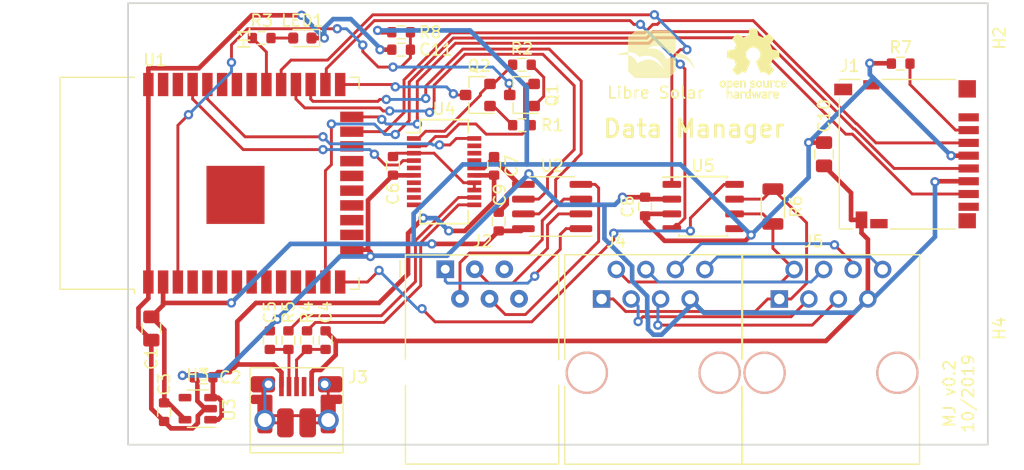
<source format=kicad_pcb>
(kicad_pcb (version 20171130) (host pcbnew "(5.1.12)-1")
  (layers (0 F.Cu signal) (31 B.Cu signal) (34 B.Paste user hide) (35 F.Paste user hide) (36 B.SilkS user hide) (37 F.SilkS user hide) (38 B.Mask user hide) (39 F.Mask user hide) (44 Edge.Cuts user))
  (net 0 "")
  (net 1 GND)
  (net 2 "Net-(U1-Pad11)")
  (net 3 "Net-(U1-Pad12)")
  (net 4 +3V3)
  (net 5 "Net-(U1-Pad4)")
  (net 6 "Net-(U1-Pad5)")
  (net 7 "Net-(U1-Pad8)")
  (net 8 "Net-(U1-Pad9)")
  (net 9 "Net-(U1-Pad10)")
  (net 10 "Net-(U1-Pad17)")
  (net 11 "Net-(U1-Pad18)")
  (net 12 "Net-(U1-Pad19)")
  (net 13 "Net-(U1-Pad20)")
  (net 14 "Net-(U1-Pad21)")
  (net 15 "Net-(U1-Pad22)")
  (net 16 "Net-(U1-Pad31)")
  (net 17 "Net-(U1-Pad32)")
  (net 18 "Net-(U1-Pad33)")
  (net 19 "Net-(U1-Pad36)")
  (net 20 "Net-(U1-Pad37)")
  (net 21 /RESET)
  (net 22 /GPIO0)
  (net 23 /DTR)
  (net 24 "Net-(Q1-Pad1)")
  (net 25 "Net-(Q2-Pad1)")
  (net 26 /RTS)
  (net 27 +5V)
  (net 28 "Net-(J1-Pad8)")
  (net 29 /GND_EXT)
  (net 30 /TX_EXT)
  (net 31 /RX_EXT)
  (net 32 /VCC_EXT)
  (net 33 "Net-(J3-Pad6)")
  (net 34 "Net-(J3-Pad4)")
  (net 35 "Net-(LED1-Pad2)")
  (net 36 /LED1)
  (net 37 /CAN_STB)
  (net 38 /CAN_RX)
  (net 39 /U2_RX)
  (net 40 /U2_TX)
  (net 41 /CAN_TX)
  (net 42 /U0_RX)
  (net 43 /U0_TX)
  (net 44 "Net-(U3-Pad4)")
  (net 45 "Net-(U4-Pad19)")
  (net 46 "Net-(U4-Pad18)")
  (net 47 "Net-(U4-Pad17)")
  (net 48 "Net-(U4-Pad10)")
  (net 49 "Net-(U4-Pad9)")
  (net 50 "Net-(U4-Pad8)")
  (net 51 "Net-(U4-Pad7)")
  (net 52 "Net-(U4-Pad5)")
  (net 53 /USB_D+)
  (net 54 /USB_D-)
  (net 55 "Net-(J1-Pad1)")
  (net 56 "Net-(J1-Pad2)")
  (net 57 "Net-(R4-Pad2)")
  (net 58 "Net-(R5-Pad2)")
  (net 59 /SD_CMD)
  (net 60 /SD_CLK)
  (net 61 /SD_DAT0)
  (net 62 "Net-(J4-Pad8)")
  (net 63 "Net-(J4-Pad6)")
  (net 64 "Net-(J4-Pad5)")
  (net 65 "Net-(J4-Pad4)")
  (net 66 "Net-(U1-Pad7)")
  (net 67 "Net-(U5-Pad5)")
  (net 68 "Net-(C6-Pad1)")
  (net 69 "Net-(J4-Pad3)")
  (net 70 /CANL)
  (net 71 /CANH)
  (net 72 "Net-(U1-Pad6)")
  (net 73 "Net-(J2-Pad5)")
  (net 74 "Net-(J2-Pad6)")
  (net 75 "Net-(U1-Pad16)")
  (module MountingHole:MountingHole_3mm (layer F.Cu) (at 201 105 270)
    (fp_text reference H4 (at 0 -4 90) (layer F.SilkS))
    (fp_text value MountingHole)
    (pad 1 np_thru_hole circle (at 0 0 270) (size 3 3) (drill 3) (layers *.Cu *.Mask))
  )
  (module MountingHole:MountingHole_3mm (layer F.Cu) (at 136 105 180)
    (fp_text reference H3 (at 0 -4) (layer F.SilkS))
    (fp_text value MountingHole)
    (pad 1 np_thru_hole circle (at 0 0 180) (size 3 3) (drill 3) (layers *.Cu *.Mask))
  )
  (module MountingHole:MountingHole_3mm (layer F.Cu) (at 201 80 270)
    (fp_text reference H2 (at 0 -4 90) (layer F.SilkS))
    (fp_text value MountingHole)
    (pad 1 np_thru_hole circle (at 0 0 270) (size 3 3) (drill 3) (layers *.Cu *.Mask))
  )
  (module MountingHole:MountingHole_3mm (layer F.Cu) (at 136 80 270)
    (fp_text reference H1 (at 0 -4 90) (layer F.SilkS))
    (fp_text value MountingHole)
    (pad 1 np_thru_hole circle (at 0 0 270) (size 3 3) (drill 3) (layers *.Cu *.Mask))
  )
  (module LibreSolar:RJ12_RJ25_6P6C_Amphenol_54601 (layer F.Cu) (at 157.3 99.9)
    (fp_text reference J2 (at 3.2 -2.4) (layer F.SilkS))
    (fp_text value 6P6C)
    (pad 1 thru_hole rect (at 0 0) (size 1.52 1.52) (drill 0.76) (layers *.Cu *.Mask) (net 32 /VCC_EXT))
    (pad "" np_thru_hole circle (at -1.91 8.89) (size 3.25 3.25) (drill 3.25) (layers *.Cu *.Mask))
    (pad 2 thru_hole circle (at 1.27 2.54) (size 1.52 1.52) (drill 0.76) (layers *.Cu *.Mask) (net 31 /RX_EXT))
    (pad 3 thru_hole circle (at 2.54 0) (size 1.52 1.52) (drill 0.76) (layers *.Cu *.Mask) (net 30 /TX_EXT))
    (pad 4 thru_hole circle (at 3.81 2.54) (size 1.52 1.52) (drill 0.76) (layers *.Cu *.Mask) (net 29 /GND_EXT))
    (pad 5 thru_hole circle (at 5.08 0) (size 1.52 1.52) (drill 0.76) (layers *.Cu *.Mask) (net 73 "Net-(J2-Pad5)"))
    (pad 6 thru_hole circle (at 6.35 2.54) (size 1.52 1.52) (drill 0.76) (layers *.Cu *.Mask) (net 74 "Net-(J2-Pad6)"))
    (pad "" np_thru_hole circle (at 8.25 8.89) (size 3.25 3.25) (drill 3.25) (layers *.Cu *.Mask))
  )
  (module LibreSolar:R_0603_1608 (layer F.Cu) (at 153.5 79.5 180)
    (fp_text reference R8 (at -2.5 0) (layer F.SilkS))
    (fp_text value 10k)
    (pad 2 smd roundrect (at 0.8 0 180) (size 0.8 0.9) (layers F.Cu F.Paste F.Mask) (roundrect_rratio 0.2) (net 4 +3V3))
    (pad 1 smd roundrect (at -0.8 0 180) (size 0.8 0.9) (layers F.Cu F.Paste F.Mask) (roundrect_rratio 0.2) (net 21 /RESET))
  )
  (module LibreSolar:C_0603_1608 (layer F.Cu) (at 153.5 81 180)
    (fp_text reference C11 (at -3 0) (layer F.SilkS))
    (fp_text value 2.2u)
    (pad 2 smd roundrect (at 0.8 0 180) (size 0.8 0.9) (layers F.Cu F.Paste F.Mask) (roundrect_rratio 0.2) (net 1 GND))
    (pad 1 smd roundrect (at -0.8 0 180) (size 0.8 0.9) (layers F.Cu F.Paste F.Mask) (roundrect_rratio 0.2) (net 21 /RESET))
  )
  (module LibreSolar:C_0805_2012 (layer F.Cu) (at 189.9 90 270)
    (fp_text reference C10 (at -3.3 0 90) (layer F.SilkS))
    (fp_text value 10uF)
    (pad 2 smd roundrect (at 1 0 270) (size 1.1 1.4) (layers F.Cu F.Paste F.Mask) (roundrect_rratio 0.2) (net 1 GND))
    (pad 1 smd roundrect (at -1 0 270) (size 1.1 1.4) (layers F.Cu F.Paste F.Mask) (roundrect_rratio 0.2) (net 4 +3V3))
  )
  (module LibreSolar:C_0603_1608 (layer F.Cu) (at 161.9 95.8 90)
    (fp_text reference C9 (at 2.3 0.1 90) (layer F.SilkS))
    (fp_text value 100n)
    (pad 2 smd roundrect (at 0.8 0 90) (size 0.8 0.9) (layers F.Cu F.Paste F.Mask) (roundrect_rratio 0.2) (net 1 GND))
    (pad 1 smd roundrect (at -0.8 0 90) (size 0.8 0.9) (layers F.Cu F.Paste F.Mask) (roundrect_rratio 0.2) (net 4 +3V3))
  )
  (module LibreSolar:SOIC-8_3.9x4.9mm_Pitch1.27mm (layer F.Cu) (at 179.5 94.5)
    (fp_text reference U5 (at 0 -3.5) (layer F.SilkS))
    (fp_text value TCAN334)
    (pad 8 smd roundrect (at 2.7 -1.905) (size 1.6 0.6) (layers F.Cu F.Paste F.Mask) (roundrect_rratio 0.2) (net 37 /CAN_STB))
    (pad 7 smd roundrect (at 2.7 -0.635) (size 1.6 0.6) (layers F.Cu F.Paste F.Mask) (roundrect_rratio 0.2) (net 71 /CANH))
    (pad 6 smd roundrect (at 2.7 0.635) (size 1.6 0.6) (layers F.Cu F.Paste F.Mask) (roundrect_rratio 0.2) (net 70 /CANL))
    (pad 5 smd roundrect (at 2.7 1.905) (size 1.6 0.6) (layers F.Cu F.Paste F.Mask) (roundrect_rratio 0.2) (net 67 "Net-(U5-Pad5)"))
    (pad 4 smd roundrect (at -2.7 1.905) (size 1.6 0.6) (layers F.Cu F.Paste F.Mask) (roundrect_rratio 0.2) (net 38 /CAN_RX))
    (pad 3 smd roundrect (at -2.7 0.635) (size 1.6 0.6) (layers F.Cu F.Paste F.Mask) (roundrect_rratio 0.2) (net 4 +3V3))
    (pad 2 smd roundrect (at -2.7 -0.635) (size 1.6 0.6) (layers F.Cu F.Paste F.Mask) (roundrect_rratio 0.2) (net 1 GND))
    (pad 1 smd roundrect (at -2.7 -1.905) (size 1.6 0.6) (layers F.Cu F.Paste F.Mask) (roundrect_rratio 0.2) (net 41 /CAN_TX))
  )
  (module LibreSolar:R_0603_1608 (layer F.Cu) (at 196.5 82.2)
    (fp_text reference R7 (at 0 -1.4) (layer F.SilkS))
    (fp_text value 10k)
    (pad 2 smd roundrect (at 0.8 0) (size 0.8 0.9) (layers F.Cu F.Paste F.Mask) (roundrect_rratio 0.2) (net 56 "Net-(J1-Pad2)"))
    (pad 1 smd roundrect (at -0.8 0) (size 0.8 0.9) (layers F.Cu F.Paste F.Mask) (roundrect_rratio 0.2) (net 4 +3V3))
  )
  (module LibreSolar:R_1206_3216 (layer F.Cu) (at 185.5 94.5 270)
    (fp_text reference R6 (at 0 -2 90) (layer F.SilkS))
    (fp_text value 120R)
    (pad 2 smd roundrect (at 1.5 0 270) (size 1 1.8) (layers F.Cu F.Paste F.Mask) (roundrect_rratio 0.2) (net 70 /CANL))
    (pad 1 smd roundrect (at -1.5 0 270) (size 1 1.8) (layers F.Cu F.Paste F.Mask) (roundrect_rratio 0.2) (net 71 /CANH))
  )
  (module LibreSolar:RJ45_8P8C (layer F.Cu) (at 190.5 105)
    (fp_text reference J5 (at -1.5 -7.5) (layer F.SilkS))
    (fp_text value 8P8C)
    (pad 8 thru_hole circle (at 4.445 -5.08) (size 1.5 1.5) (drill 0.9) (layers *.Cu *.Mask) (net 62 "Net-(J4-Pad8)"))
    (pad 7 thru_hole circle (at 3.175 -2.54) (size 1.5 1.5) (drill 0.9) (layers *.Cu *.Mask) (net 1 GND))
    (pad 6 thru_hole circle (at 1.905 -5.08) (size 1.5 1.5) (drill 0.9) (layers *.Cu *.Mask) (net 63 "Net-(J4-Pad6)"))
    (pad 5 thru_hole circle (at 0.635 -2.54) (size 1.5 1.5) (drill 0.9) (layers *.Cu *.Mask) (net 64 "Net-(J4-Pad5)"))
    (pad 4 thru_hole circle (at -0.635 -5.08) (size 1.5 1.5) (drill 0.9) (layers *.Cu *.Mask) (net 65 "Net-(J4-Pad4)"))
    (pad 3 thru_hole circle (at -1.905 -2.54) (size 1.5 1.5) (drill 0.9) (layers *.Cu *.Mask) (net 69 "Net-(J4-Pad3)"))
    (pad 2 thru_hole circle (at -3.175 -5.08) (size 1.5 1.5) (drill 0.9) (layers *.Cu *.Mask) (net 70 /CANL))
    (pad 1 thru_hole rect (at -4.445 -2.54) (size 1.5 1.5) (drill 0.9) (layers *.Cu *.Mask) (net 71 /CANH))
    (pad "" np_thru_hole circle (at -5.715 3.81) (size 3.65 3.65) (drill 3.25) (layers *.Cu *.SilkS *.Mask))
    (pad "" np_thru_hole circle (at 5.715 3.81) (size 3.65 3.65) (drill 3.25) (layers *.Cu *.SilkS *.Mask))
  )
  (module LibreSolar:RJ45_8P8C (layer F.Cu) (at 175.2 105)
    (fp_text reference J4 (at -3.2 -7.5) (layer F.SilkS))
    (fp_text value 8P8C)
    (pad 8 thru_hole circle (at 4.445 -5.08) (size 1.5 1.5) (drill 0.9) (layers *.Cu *.Mask) (net 62 "Net-(J4-Pad8)"))
    (pad 7 thru_hole circle (at 3.175 -2.54) (size 1.5 1.5) (drill 0.9) (layers *.Cu *.Mask) (net 1 GND))
    (pad 6 thru_hole circle (at 1.905 -5.08) (size 1.5 1.5) (drill 0.9) (layers *.Cu *.Mask) (net 63 "Net-(J4-Pad6)"))
    (pad 5 thru_hole circle (at 0.635 -2.54) (size 1.5 1.5) (drill 0.9) (layers *.Cu *.Mask) (net 64 "Net-(J4-Pad5)"))
    (pad 4 thru_hole circle (at -0.635 -5.08) (size 1.5 1.5) (drill 0.9) (layers *.Cu *.Mask) (net 65 "Net-(J4-Pad4)"))
    (pad 3 thru_hole circle (at -1.905 -2.54) (size 1.5 1.5) (drill 0.9) (layers *.Cu *.Mask) (net 69 "Net-(J4-Pad3)"))
    (pad 2 thru_hole circle (at -3.175 -5.08) (size 1.5 1.5) (drill 0.9) (layers *.Cu *.Mask) (net 70 /CANL))
    (pad 1 thru_hole rect (at -4.445 -2.54) (size 1.5 1.5) (drill 0.9) (layers *.Cu *.Mask) (net 71 /CANH))
    (pad "" np_thru_hole circle (at -5.715 3.81) (size 3.65 3.65) (drill 3.25) (layers *.Cu *.SilkS *.Mask))
    (pad "" np_thru_hole circle (at 5.715 3.81) (size 3.65 3.65) (drill 3.25) (layers *.Cu *.SilkS *.Mask))
  )
  (module LibreSolar:C_0603_1608 (layer F.Cu) (at 174.5 94.5 90)
    (fp_text reference C8 (at 0 -1.5 90) (layer F.SilkS))
    (fp_text value 100n)
    (pad 2 smd roundrect (at 0.8 0 90) (size 0.8 0.9) (layers F.Cu F.Paste F.Mask) (roundrect_rratio 0.2) (net 1 GND))
    (pad 1 smd roundrect (at -0.8 0 90) (size 0.8 0.9) (layers F.Cu F.Paste F.Mask) (roundrect_rratio 0.2) (net 4 +3V3))
  )
  (module LibreSolar:R_0603_1608 (layer F.Cu) (at 143.8 106 90)
    (fp_text reference R5 (at 2.4 0 90) (layer F.SilkS))
    (fp_text value 27)
    (pad 2 smd roundrect (at 0.8 0 90) (size 0.8 0.9) (layers F.Cu F.Paste F.Mask) (roundrect_rratio 0.2) (net 58 "Net-(R5-Pad2)"))
    (pad 1 smd roundrect (at -0.8 0 90) (size 0.8 0.9) (layers F.Cu F.Paste F.Mask) (roundrect_rratio 0.2) (net 54 /USB_D-))
  )
  (module LibreSolar:R_0603_1608 (layer F.Cu) (at 145.4 106 90)
    (fp_text reference R4 (at 2.4 0 90) (layer F.SilkS))
    (fp_text value 27)
    (pad 2 smd roundrect (at 0.8 0 90) (size 0.8 0.9) (layers F.Cu F.Paste F.Mask) (roundrect_rratio 0.2) (net 57 "Net-(R4-Pad2)"))
    (pad 1 smd roundrect (at -0.8 0 90) (size 0.8 0.9) (layers F.Cu F.Paste F.Mask) (roundrect_rratio 0.2) (net 53 /USB_D+))
  )
  (module Connector_Card:microSD_HC_Hirose_DM3D-SF (layer F.Cu) (at 197 90 90)
    (fp_text reference J1 (at 7.6 -4.9) (layer F.SilkS))
    (fp_text value Micro_SD_Card)
    (pad 10 smd rect (at 5.575 -5.45 90) (size 1 1.55) (layers F.Cu F.Paste F.Mask))
    (pad 11 smd rect (at 5.625 5.225 90) (size 1.5 1.5) (layers F.Cu F.Paste F.Mask))
    (pad 1 smd rect (at 3.175 5.35 90) (size 0.7 1.75) (layers F.Cu F.Paste F.Mask) (net 55 "Net-(J1-Pad1)"))
    (pad 2 smd rect (at 2.075 5.35 90) (size 0.7 1.75) (layers F.Cu F.Paste F.Mask) (net 56 "Net-(J1-Pad2)"))
    (pad 3 smd rect (at 0.975 5.35 90) (size 0.7 1.75) (layers F.Cu F.Paste F.Mask) (net 59 /SD_CMD))
    (pad 4 smd rect (at -0.125 5.35 90) (size 0.7 1.75) (layers F.Cu F.Paste F.Mask) (net 4 +3V3))
    (pad 5 smd rect (at -1.225 5.35 90) (size 0.7 1.75) (layers F.Cu F.Paste F.Mask) (net 60 /SD_CLK))
    (pad 6 smd rect (at -2.325 5.35 90) (size 0.7 1.75) (layers F.Cu F.Paste F.Mask) (net 1 GND))
    (pad 7 smd rect (at -3.425 5.35 90) (size 0.7 1.75) (layers F.Cu F.Paste F.Mask) (net 61 /SD_DAT0))
    (pad 11 smd rect (at 5.975 -3.025 90) (size 0.8 1.4) (layers F.Cu F.Paste F.Mask))
    (pad 9 smd rect (at -5.65 -3.875 90) (size 1.45 1) (layers F.Cu F.Paste F.Mask) (net 1 GND))
    (pad 11 smd rect (at -5.975 -2.375 90) (size 0.8 1.5) (layers F.Cu F.Paste F.Mask))
    (pad 11 smd rect (at -5.725 5.225 90) (size 1.3 1.5) (layers F.Cu F.Paste F.Mask))
    (pad 8 smd rect (at -4.525 5.35 90) (size 0.7 1.75) (layers F.Cu F.Paste F.Mask) (net 28 "Net-(J1-Pad8)"))
  )
  (module LibreSolar:C_0603_1608 (layer F.Cu) (at 161.5 91 90)
    (fp_text reference C7 (at 0 1.5 90) (layer F.SilkS))
    (fp_text value 100n)
    (pad 2 smd roundrect (at 0.8 0 90) (size 0.8 0.9) (layers F.Cu F.Paste F.Mask) (roundrect_rratio 0.2) (net 1 GND))
    (pad 1 smd roundrect (at -0.8 0 90) (size 0.8 0.9) (layers F.Cu F.Paste F.Mask) (roundrect_rratio 0.2) (net 27 +5V))
  )
  (module LibreSolar:C_0603_1608 (layer F.Cu) (at 152.8 91 270)
    (fp_text reference C6 (at 2.4 0 90) (layer F.SilkS))
    (fp_text value 100n)
    (pad 2 smd roundrect (at 0.8 0 270) (size 0.8 0.9) (layers F.Cu F.Paste F.Mask) (roundrect_rratio 0.2) (net 1 GND))
    (pad 1 smd roundrect (at -0.8 0 270) (size 0.8 0.9) (layers F.Cu F.Paste F.Mask) (roundrect_rratio 0.2) (net 68 "Net-(C6-Pad1)"))
  )
  (module LibreSolar:C_0603_1608 (layer F.Cu) (at 142.2 106 90)
    (fp_text reference C5 (at 2.4 0 90) (layer F.SilkS))
    (fp_text value 47p)
    (pad 2 smd roundrect (at 0.8 0 90) (size 0.8 0.9) (layers F.Cu F.Paste F.Mask) (roundrect_rratio 0.2) (net 1 GND))
    (pad 1 smd roundrect (at -0.8 0 90) (size 0.8 0.9) (layers F.Cu F.Paste F.Mask) (roundrect_rratio 0.2) (net 54 /USB_D-))
  )
  (module LibreSolar:C_0603_1608 (layer F.Cu) (at 147 106 90)
    (fp_text reference C4 (at 2.4 0 90) (layer F.SilkS))
    (fp_text value 47p)
    (pad 2 smd roundrect (at 0.8 0 90) (size 0.8 0.9) (layers F.Cu F.Paste F.Mask) (roundrect_rratio 0.2) (net 1 GND))
    (pad 1 smd roundrect (at -0.8 0 90) (size 0.8 0.9) (layers F.Cu F.Paste F.Mask) (roundrect_rratio 0.2) (net 53 /USB_D+))
  )
  (module LibreSolar:C_0603_1608 (layer F.Cu) (at 133.1 112.2 270)
    (fp_text reference C3 (at -2.4 0 90) (layer F.SilkS))
    (fp_text value 2.2u)
    (pad 2 smd roundrect (at 0.8 0 270) (size 0.8 0.9) (layers F.Cu F.Paste F.Mask) (roundrect_rratio 0.2) (net 1 GND))
    (pad 1 smd roundrect (at -0.8 0 270) (size 0.8 0.9) (layers F.Cu F.Paste F.Mask) (roundrect_rratio 0.2) (net 4 +3V3))
  )
  (module LibreSolar:C_0603_1608 (layer F.Cu) (at 136.5 109.2 180)
    (fp_text reference C2 (at -2.3 0) (layer F.SilkS))
    (fp_text value 2.2u)
    (pad 2 smd roundrect (at 0.8 0 180) (size 0.8 0.9) (layers F.Cu F.Paste F.Mask) (roundrect_rratio 0.2) (net 1 GND))
    (pad 1 smd roundrect (at -0.8 0 180) (size 0.8 0.9) (layers F.Cu F.Paste F.Mask) (roundrect_rratio 0.2) (net 27 +5V))
  )
  (module LibreSolar:USB_Micro-B_10103594-0001LF (layer F.Cu) (at 144.5 111.5)
    (fp_text reference J3 (at 5.3 -2.3) (layer F.SilkS))
    (fp_text value USB_B_Micro)
    (pad 6 smd roundrect (at 0.96 1.62 90) (size 2.5 1.43) (layers F.Cu F.Paste F.Mask) (net 33 "Net-(J3-Pad6)"))
    (pad 6 smd roundrect (at -0.96 1.62 90) (size 2.5 1.43) (layers F.Cu F.Paste F.Mask) (net 33 "Net-(J3-Pad6)"))
    (pad 6 thru_hole oval (at 2.73 1.38 90) (size 1.8 1.8) (drill 1.2) (layers *.Cu *.Mask) (net 33 "Net-(J3-Pad6)"))
    (pad 6 thru_hole oval (at -2.73 1.38 90) (size 1.8 1.8) (drill 1.2) (layers *.Cu *.Mask) (net 33 "Net-(J3-Pad6)"))
    (pad 6 thru_hole circle (at 2.42 -1.7 90) (size 1.1 1.1) (drill 0.65) (layers *.Cu *.Mask) (net 33 "Net-(J3-Pad6)"))
    (pad 6 thru_hole circle (at -2.42 -1.7 90) (size 1.1 1.1) (drill 0.65) (layers *.Cu *.Mask) (net 33 "Net-(J3-Pad6)"))
    (pad 5 smd rect (at 1.3 -1.5 90) (size 1.65 0.4) (layers F.Cu F.Paste F.Mask) (net 1 GND))
    (pad 4 smd rect (at 0.65 -1.5 90) (size 1.65 0.4) (layers F.Cu F.Paste F.Mask) (net 34 "Net-(J3-Pad4)"))
    (pad 3 smd rect (at 0 -1.5 90) (size 1.65 0.4) (layers F.Cu F.Paste F.Mask) (net 53 /USB_D+))
    (pad 2 smd rect (at -0.65 -1.5 90) (size 1.65 0.4) (layers F.Cu F.Paste F.Mask) (net 54 /USB_D-))
    (pad 1 smd rect (at -1.3 -1.5 90) (size 1.65 0.4) (layers F.Cu F.Paste F.Mask) (net 27 +5V))
    (pad 6 smd roundrect (at 2.9 -1.7) (size 2.1 1.4) (layers F.Cu F.Paste F.Mask) (roundrect_rratio 0.2) (net 33 "Net-(J3-Pad6)"))
    (pad 6 smd roundrect (at -2.9 -1.7) (size 2.1 1.4) (layers F.Cu F.Paste F.Mask) (roundrect_rratio 0.2) (net 33 "Net-(J3-Pad6)"))
    (pad 6 smd roundrect (at -2.725 1 90) (size 3.05 1.3) (layers F.Cu F.Paste F.Mask) (roundrect_rratio 0.2) (net 33 "Net-(J3-Pad6)"))
    (pad 6 smd roundrect (at 2.725 1 90) (size 3.05 1.3) (layers F.Cu F.Paste F.Mask) (roundrect_rratio 0.2) (net 33 "Net-(J3-Pad6)"))
    (pad 6 smd roundrect (at 3 -0.4) (size 1.85 0.8) (layers F.Cu F.Paste F.Mask) (roundrect_rratio 0.2) (net 33 "Net-(J3-Pad6)"))
    (pad 6 smd roundrect (at -3 -0.4) (size 1.85 0.8) (layers F.Cu F.Paste F.Mask) (roundrect_rratio 0.2) (net 33 "Net-(J3-Pad6)"))
  )
  (module Package_SO:SSOP-20_3.9x8.7mm_P0.635mm (layer F.Cu) (at 157.2 91.5)
    (fp_text reference U4 (at 0 -5.4) (layer F.SilkS))
    (fp_text value FT231XS)
    (pad 20 smd rect (at 2.6 -2.8575) (size 1.2 0.4) (layers F.Cu F.Paste F.Mask) (net 42 /U0_RX))
    (pad 19 smd rect (at 2.6 -2.2225) (size 1.2 0.4) (layers F.Cu F.Paste F.Mask) (net 45 "Net-(U4-Pad19)"))
    (pad 18 smd rect (at 2.6 -1.5875) (size 1.2 0.4) (layers F.Cu F.Paste F.Mask) (net 46 "Net-(U4-Pad18)"))
    (pad 17 smd rect (at 2.6 -0.9525) (size 1.2 0.4) (layers F.Cu F.Paste F.Mask) (net 47 "Net-(U4-Pad17)"))
    (pad 16 smd rect (at 2.6 -0.3175) (size 1.2 0.4) (layers F.Cu F.Paste F.Mask) (net 1 GND))
    (pad 15 smd rect (at 2.6 0.3175) (size 1.2 0.4) (layers F.Cu F.Paste F.Mask) (net 27 +5V))
    (pad 14 smd rect (at 2.6 0.9525) (size 1.2 0.4) (layers F.Cu F.Paste F.Mask) (net 68 "Net-(C6-Pad1)"))
    (pad 13 smd rect (at 2.6 1.5875) (size 1.2 0.4) (layers F.Cu F.Paste F.Mask) (net 68 "Net-(C6-Pad1)"))
    (pad 12 smd rect (at 2.6 2.2225) (size 1.2 0.4) (layers F.Cu F.Paste F.Mask) (net 58 "Net-(R5-Pad2)"))
    (pad 11 smd rect (at 2.6 2.8575) (size 1.2 0.4) (layers F.Cu F.Paste F.Mask) (net 57 "Net-(R4-Pad2)"))
    (pad 10 smd rect (at -2.6 2.8575) (size 1.2 0.4) (layers F.Cu F.Paste F.Mask) (net 48 "Net-(U4-Pad10)"))
    (pad 9 smd rect (at -2.6 2.2225) (size 1.2 0.4) (layers F.Cu F.Paste F.Mask) (net 49 "Net-(U4-Pad9)"))
    (pad 8 smd rect (at -2.6 1.5875) (size 1.2 0.4) (layers F.Cu F.Paste F.Mask) (net 50 "Net-(U4-Pad8)"))
    (pad 7 smd rect (at -2.6 0.9525) (size 1.2 0.4) (layers F.Cu F.Paste F.Mask) (net 51 "Net-(U4-Pad7)"))
    (pad 6 smd rect (at -2.6 0.3175) (size 1.2 0.4) (layers F.Cu F.Paste F.Mask) (net 1 GND))
    (pad 5 smd rect (at -2.6 -0.3175) (size 1.2 0.4) (layers F.Cu F.Paste F.Mask) (net 52 "Net-(U4-Pad5)"))
    (pad 4 smd rect (at -2.6 -0.9525) (size 1.2 0.4) (layers F.Cu F.Paste F.Mask) (net 43 /U0_TX))
    (pad 3 smd rect (at -2.6 -1.5875) (size 1.2 0.4) (layers F.Cu F.Paste F.Mask) (net 68 "Net-(C6-Pad1)"))
    (pad 2 smd rect (at -2.6 -2.2225) (size 1.2 0.4) (layers F.Cu F.Paste F.Mask) (net 26 /RTS))
    (pad 1 smd rect (at -2.6 -2.8575) (size 1.2 0.4) (layers F.Cu F.Paste F.Mask) (net 23 /DTR))
  )
  (module LibreSolar:R_0603_1608 (layer F.Cu) (at 141.5 80 180)
    (fp_text reference R3 (at 0 1.5) (layer F.SilkS))
    (fp_text value 1k)
    (pad 2 smd roundrect (at 0.8 0 180) (size 0.8 0.9) (layers F.Cu F.Paste F.Mask) (roundrect_rratio 0.2) (net 36 /LED1))
    (pad 1 smd roundrect (at -0.8 0 180) (size 0.8 0.9) (layers F.Cu F.Paste F.Mask) (roundrect_rratio 0.2) (net 35 "Net-(LED1-Pad2)"))
  )
  (module Package_SO:SOIC-8_3.9x4.9mm_P1.27mm (layer F.Cu) (at 166.5 94.5 180)
    (fp_text reference U2 (at 0 3.5) (layer F.SilkS))
    (fp_text value SI8621AB-B-ISR)
    (pad 8 smd roundrect (at 2.475 -1.905 180) (size 1.95 0.6) (layers F.Cu F.Paste F.Mask) (net 4 +3V3))
    (pad 7 smd roundrect (at 2.475 -0.635 180) (size 1.95 0.6) (layers F.Cu F.Paste F.Mask) (net 39 /U2_RX))
    (pad 6 smd roundrect (at 2.475 0.635 180) (size 1.95 0.6) (layers F.Cu F.Paste F.Mask) (net 40 /U2_TX))
    (pad 5 smd roundrect (at 2.475 1.905 180) (size 1.95 0.6) (layers F.Cu F.Paste F.Mask) (net 1 GND))
    (pad 4 smd roundrect (at -2.475 1.905 180) (size 1.95 0.6) (layers F.Cu F.Paste F.Mask) (net 29 /GND_EXT))
    (pad 3 smd roundrect (at -2.475 0.635 180) (size 1.95 0.6) (layers F.Cu F.Paste F.Mask) (net 31 /RX_EXT))
    (pad 2 smd roundrect (at -2.475 -0.635 180) (size 1.95 0.6) (layers F.Cu F.Paste F.Mask) (net 30 /TX_EXT))
    (pad 1 smd roundrect (at -2.475 -1.905 180) (size 1.95 0.6) (layers F.Cu F.Paste F.Mask) (net 32 /VCC_EXT))
  )
  (module LED_SMD:LED_0603_1608Metric (layer F.Cu) (at 145 80 180)
    (fp_text reference LED1 (at 0 1.5) (layer F.SilkS))
    (fp_text value LED)
    (pad 2 smd roundrect (at 0.7875 0 180) (size 0.875 0.95) (layers F.Cu F.Paste F.Mask) (net 35 "Net-(LED1-Pad2)"))
    (pad 1 smd roundrect (at -0.7875 0 180) (size 0.875 0.95) (layers F.Cu F.Paste F.Mask) (net 1 GND))
  )
  (module LibreSolar:SOT-23-5 (layer F.Cu) (at 136 111.9 180)
    (fp_text reference U3 (at -2.7 -0.1 90) (layer F.SilkS))
    (fp_text value AP2210-3.3)
    (pad 5 smd roundrect (at 1.1 -0.95 180) (size 1.1 0.65) (layers F.Cu F.Paste F.Mask) (roundrect_rratio 0.2) (net 4 +3V3))
    (pad 4 smd roundrect (at 1.1 0.95 180) (size 1.1 0.65) (layers F.Cu F.Paste F.Mask) (roundrect_rratio 0.2) (net 44 "Net-(U3-Pad4)"))
    (pad 3 smd roundrect (at -1.1 0.95 180) (size 1.1 0.65) (layers F.Cu F.Paste F.Mask) (roundrect_rratio 0.2) (net 27 +5V))
    (pad 2 smd roundrect (at -1.1 0 180) (size 1.1 0.65) (layers F.Cu F.Paste F.Mask) (roundrect_rratio 0.2) (net 1 GND))
    (pad 1 smd roundrect (at -1.1 -0.95 180) (size 1.1 0.65) (layers F.Cu F.Paste F.Mask) (roundrect_rratio 0.2) (net 27 +5V))
  )
  (module LibreSolar:R_0603_1608 (layer F.Cu) (at 163.9 82.3 180)
    (fp_text reference R2 (at 0 1.4) (layer F.SilkS))
    (fp_text value 10k)
    (pad 2 smd roundrect (at 0.8 0 180) (size 0.8 0.9) (layers F.Cu F.Paste F.Mask) (roundrect_rratio 0.2) (net 23 /DTR))
    (pad 1 smd roundrect (at -0.8 0 180) (size 0.8 0.9) (layers F.Cu F.Paste F.Mask) (roundrect_rratio 0.2) (net 25 "Net-(Q2-Pad1)"))
  )
  (module LibreSolar:R_0603_1608 (layer F.Cu) (at 163.9 87.5)
    (fp_text reference R1 (at 2.6 0) (layer F.SilkS))
    (fp_text value 10k)
    (pad 1 smd roundrect (at -0.8 0) (size 0.8 0.9) (layers F.Cu F.Paste F.Mask) (roundrect_rratio 0.2) (net 24 "Net-(Q1-Pad1)"))
    (pad 2 smd roundrect (at 0.8 0) (size 0.8 0.9) (layers F.Cu F.Paste F.Mask) (roundrect_rratio 0.2) (net 26 /RTS))
  )
  (module LibreSolar:SOT-23 (layer F.Cu) (at 163.9 84.9 180)
    (fp_text reference Q2 (at 3.7 2.5 180) (layer F.SilkS))
    (fp_text value MMBT3904)
    (pad 1 smd roundrect (at -1.05 -0.95 180) (size 1 0.9) (layers F.Cu F.Paste F.Mask) (roundrect_rratio 0.2) (net 25 "Net-(Q2-Pad1)"))
    (pad 2 smd roundrect (at -1.05 0.95 180) (size 1 0.9) (layers F.Cu F.Paste F.Mask) (roundrect_rratio 0.2) (net 26 /RTS))
    (pad 3 smd roundrect (at 1.05 0 180) (size 1 0.9) (layers F.Cu F.Paste F.Mask) (roundrect_rratio 0.2) (net 21 /RESET))
  )
  (module LibreSolar:SOT-23 (layer F.Cu) (at 160.1 84.9 180)
    (fp_text reference Q1 (at -6.4 0 270) (layer F.SilkS))
    (fp_text value MMBT3904)
    (pad 3 smd roundrect (at 1.05 0 180) (size 1 0.9) (layers F.Cu F.Paste F.Mask) (roundrect_rratio 0.2) (net 22 /GPIO0))
    (pad 2 smd roundrect (at -1.05 0.95 180) (size 1 0.9) (layers F.Cu F.Paste F.Mask) (roundrect_rratio 0.2) (net 23 /DTR))
    (pad 1 smd roundrect (at -1.05 -0.95 180) (size 1 0.9) (layers F.Cu F.Paste F.Mask) (roundrect_rratio 0.2) (net 24 "Net-(Q1-Pad1)"))
  )
  (module LibreSolar:LIBRESOLAR_LOGO (layer F.Cu) (at 173.1 83.4)
    (fp_text reference LOGO1 hide)
    (fp_text value LibreSolar_Logo hide)
    (fp_text user "Libre Solar" (at 2.3 1.3) (layer F.SilkS))
  )
  (module Symbol:OSHW-Logo_5.7x6mm_SilkScreen (layer F.Cu) (at 183.8 82.2)
    (fp_text reference LOGO2 hide)
    (fp_text value Logo_Open_Hardware_Small hide)
  )
  (module RF_Module:ESP32-WROOM-32 (layer F.Cu) (at 140 92.5 90)
    (fp_text reference U1 (at 10.6 -7.7 180) (layer F.SilkS))
    (fp_text value ESP32-WROOM-32D)
    (pad 39 smd rect (at -1 -0.755 90) (size 5 5) (layers F.Cu F.Paste F.Mask))
    (pad 1 smd rect (at -8.5 -8.255 90) (size 2 0.9) (layers F.Cu F.Paste F.Mask) (net 1 GND))
    (pad 2 smd rect (at -8.5 -6.985 90) (size 2 0.9) (layers F.Cu F.Paste F.Mask) (net 4 +3V3))
    (pad 3 smd rect (at -8.5 -5.715 90) (size 2 0.9) (layers F.Cu F.Paste F.Mask) (net 21 /RESET))
    (pad 4 smd rect (at -8.5 -4.445 90) (size 2 0.9) (layers F.Cu F.Paste F.Mask) (net 5 "Net-(U1-Pad4)"))
    (pad 5 smd rect (at -8.5 -3.175 90) (size 2 0.9) (layers F.Cu F.Paste F.Mask) (net 6 "Net-(U1-Pad5)"))
    (pad 6 smd rect (at -8.5 -1.905 90) (size 2 0.9) (layers F.Cu F.Paste F.Mask) (net 72 "Net-(U1-Pad6)"))
    (pad 7 smd rect (at -8.5 -0.635 90) (size 2 0.9) (layers F.Cu F.Paste F.Mask) (net 66 "Net-(U1-Pad7)"))
    (pad 8 smd rect (at -8.5 0.635 90) (size 2 0.9) (layers F.Cu F.Paste F.Mask) (net 7 "Net-(U1-Pad8)"))
    (pad 9 smd rect (at -8.5 1.905 90) (size 2 0.9) (layers F.Cu F.Paste F.Mask) (net 8 "Net-(U1-Pad9)"))
    (pad 10 smd rect (at -8.5 3.175 90) (size 2 0.9) (layers F.Cu F.Paste F.Mask) (net 9 "Net-(U1-Pad10)"))
    (pad 11 smd rect (at -8.5 4.445 90) (size 2 0.9) (layers F.Cu F.Paste F.Mask) (net 2 "Net-(U1-Pad11)"))
    (pad 12 smd rect (at -8.5 5.715 90) (size 2 0.9) (layers F.Cu F.Paste F.Mask) (net 3 "Net-(U1-Pad12)"))
    (pad 13 smd rect (at -8.5 6.985 90) (size 2 0.9) (layers F.Cu F.Paste F.Mask) (net 60 /SD_CLK))
    (pad 14 smd rect (at -8.5 8.255 90) (size 2 0.9) (layers F.Cu F.Paste F.Mask) (net 37 /CAN_STB))
    (pad 15 smd rect (at -5.715 9.255 180) (size 2 0.9) (layers F.Cu F.Paste F.Mask) (net 1 GND))
    (pad 16 smd rect (at -4.445 9.255 180) (size 2 0.9) (layers F.Cu F.Paste F.Mask) (net 75 "Net-(U1-Pad16)"))
    (pad 17 smd rect (at -3.175 9.255 180) (size 2 0.9) (layers F.Cu F.Paste F.Mask) (net 10 "Net-(U1-Pad17)"))
    (pad 18 smd rect (at -1.905 9.255 180) (size 2 0.9) (layers F.Cu F.Paste F.Mask) (net 11 "Net-(U1-Pad18)"))
    (pad 19 smd rect (at -0.635 9.255 180) (size 2 0.9) (layers F.Cu F.Paste F.Mask) (net 12 "Net-(U1-Pad19)"))
    (pad 20 smd rect (at 0.635 9.255 180) (size 2 0.9) (layers F.Cu F.Paste F.Mask) (net 13 "Net-(U1-Pad20)"))
    (pad 21 smd rect (at 1.905 9.255 180) (size 2 0.9) (layers F.Cu F.Paste F.Mask) (net 14 "Net-(U1-Pad21)"))
    (pad 22 smd rect (at 3.175 9.255 180) (size 2 0.9) (layers F.Cu F.Paste F.Mask) (net 15 "Net-(U1-Pad22)"))
    (pad 23 smd rect (at 4.445 9.255 180) (size 2 0.9) (layers F.Cu F.Paste F.Mask) (net 59 /SD_CMD))
    (pad 24 smd rect (at 5.715 9.255 180) (size 2 0.9) (layers F.Cu F.Paste F.Mask) (net 61 /SD_DAT0))
    (pad 25 smd rect (at 8.5 8.255 90) (size 2 0.9) (layers F.Cu F.Paste F.Mask) (net 22 /GPIO0))
    (pad 26 smd rect (at 8.5 6.985 90) (size 2 0.9) (layers F.Cu F.Paste F.Mask) (net 38 /CAN_RX))
    (pad 27 smd rect (at 8.5 5.715 90) (size 2 0.9) (layers F.Cu F.Paste F.Mask) (net 39 /U2_RX))
    (pad 28 smd rect (at 8.5 4.445 90) (size 2 0.9) (layers F.Cu F.Paste F.Mask) (net 40 /U2_TX))
    (pad 29 smd rect (at 8.5 3.175 90) (size 2 0.9) (layers F.Cu F.Paste F.Mask) (net 41 /CAN_TX))
    (pad 30 smd rect (at 8.5 1.905 90) (size 2 0.9) (layers F.Cu F.Paste F.Mask) (net 36 /LED1))
    (pad 31 smd rect (at 8.5 0.635 90) (size 2 0.9) (layers F.Cu F.Paste F.Mask) (net 16 "Net-(U1-Pad31)"))
    (pad 32 smd rect (at 8.5 -0.635 90) (size 2 0.9) (layers F.Cu F.Paste F.Mask) (net 17 "Net-(U1-Pad32)"))
    (pad 33 smd rect (at 8.5 -1.905 90) (size 2 0.9) (layers F.Cu F.Paste F.Mask) (net 18 "Net-(U1-Pad33)"))
    (pad 34 smd rect (at 8.5 -3.175 90) (size 2 0.9) (layers F.Cu F.Paste F.Mask) (net 42 /U0_RX))
    (pad 35 smd rect (at 8.5 -4.445 90) (size 2 0.9) (layers F.Cu F.Paste F.Mask) (net 43 /U0_TX))
    (pad 36 smd rect (at 8.5 -5.715 90) (size 2 0.9) (layers F.Cu F.Paste F.Mask) (net 19 "Net-(U1-Pad36)"))
    (pad 37 smd rect (at 8.5 -6.985 90) (size 2 0.9) (layers F.Cu F.Paste F.Mask) (net 20 "Net-(U1-Pad37)"))
    (pad 38 smd rect (at 8.5 -8.255 90) (size 2 0.9) (layers F.Cu F.Paste F.Mask) (net 1 GND))
  )
  (module LibreSolar:C_0805_2012 (layer F.Cu) (at 132 105 270)
    (fp_text reference C1 (at 2.6 0 90) (layer F.SilkS))
    (fp_text value 10uF)
    (pad 2 smd roundrect (at 1 0 270) (size 1.1 1.4) (layers F.Cu F.Paste F.Mask) (roundrect_rratio 0.2) (net 1 GND))
    (pad 1 smd roundrect (at -1 0 270) (size 1.1 1.4) (layers F.Cu F.Paste F.Mask) (roundrect_rratio 0.2) (net 4 +3V3))
  )
  (gr_text "Data Manager" (at 178.7 87.8) (layer F.SilkS) (effects (font (size 1.5 1.5) (thickness 0.25))))
  (gr_text "MJ v0.2\n10/2019" (at 201.5 110.6 90) (layer F.SilkS) (effects (font (size 1 1))))
  (gr_line (start 204 115) (end 204 77) (layer Edge.Cuts) (width 0.15))
  (gr_line (start 204 77) (end 130 77) (layer Edge.Cuts) (width 0.15))
  (gr_line (start 130 115) (end 130 77) (layer Edge.Cuts) (width 0.15))
  (gr_line (start 130 115) (end 204 115) (layer Edge.Cuts) (width 0.15))
  (via (at 151.47544 79.34452) (size 0.8) (drill 0.4) (layers F.Cu B.Cu) (net 4))
  (via (at 199.45096 92.37472) (size 0.8) (drill 0.4) (layers F.Cu B.Cu) (net 1))
  (segment (start 152.7 81) (end 151.6827 81) (width 0.4) (layer F.Cu) (net 1))
  (segment (start 146.8904 80) (end 146.8904 79.1266) (width 0.4) (layer B.Cu) (net 1))
  (segment (start 146.8904 79.1266) (end 147.6466 78.3704) (width 0.4) (layer B.Cu) (net 1))
  (segment (start 147.6466 78.3704) (end 149.1803 78.3704) (width 0.4) (layer B.Cu) (net 1))
  (segment (start 149.1803 78.3704) (end 151.6827 80.8728) (width 0.4) (layer B.Cu) (net 1))
  (segment (start 151.6827 80.8728) (end 151.6827 81) (width 0.4) (layer B.Cu) (net 1))
  (segment (start 150.8654 98.8013) (end 150.931 98.7357) (width 0.4) (layer B.Cu) (net 1))
  (segment (start 150.931 98.7357) (end 157.4548 98.7357) (width 0.4) (layer B.Cu) (net 1))
  (segment (start 157.4548 98.7357) (end 164.4991 91.6914) (width 0.4) (layer B.Cu) (net 1))
  (segment (start 170.9998 94.35) (end 167.1577 94.35) (width 0.4) (layer B.Cu) (net 1))
  (segment (start 167.1577 94.35) (end 164.4991 91.6914) (width 0.4) (layer B.Cu) (net 1))
  (segment (start 172.5542 93.7) (end 171.9042 94.35) (width 0.4) (layer B.Cu) (net 1))
  (segment (start 171.9042 94.35) (end 170.9998 94.35) (width 0.4) (layer B.Cu) (net 1))
  (segment (start 178.375 102.46) (end 178.375 103.0757) (width 0.4) (layer B.Cu) (net 1))
  (segment (start 178.375 103.0757) (end 175.9147 105.536) (width 0.4) (layer B.Cu) (net 1))
  (segment (start 175.9147 105.536) (end 175.2258 105.536) (width 0.4) (layer B.Cu) (net 1))
  (segment (start 175.2258 105.536) (end 174.7501 105.0603) (width 0.4) (layer B.Cu) (net 1))
  (segment (start 174.7501 105.0603) (end 174.7501 104.1184) (width 0.4) (layer B.Cu) (net 1))
  (segment (start 174.7501 104.1184) (end 174.6848 104.0531) (width 0.4) (layer B.Cu) (net 1))
  (segment (start 174.6848 104.0531) (end 174.6848 102.2195) (width 0.4) (layer B.Cu) (net 1))
  (segment (start 174.6848 102.2195) (end 173.3848 100.9195) (width 0.4) (layer B.Cu) (net 1))
  (segment (start 173.3848 100.9195) (end 173.3848 99.6519) (width 0.4) (layer B.Cu) (net 1))
  (segment (start 173.3848 99.6519) (end 170.9998 97.2669) (width 0.4) (layer B.Cu) (net 1))
  (segment (start 170.9998 97.2669) (end 170.9998 94.35) (width 0.4) (layer B.Cu) (net 1))
  (segment (start 164.4991 91.6914) (end 163.7223 92.4682) (width 0.4) (layer F.Cu) (net 1))
  (segment (start 163.7223 92.4682) (end 163.542 92.4682) (width 0.4) (layer F.Cu) (net 1))
  (segment (start 163.542 92.4682) (end 163.542 92.595) (width 0.4) (layer F.Cu) (net 1))
  (segment (start 161.4366 90.3628) (end 163.542 92.4682) (width 0.4) (layer F.Cu) (net 1))
  (segment (start 161.4366 90.3628) (end 161.5 90.2994) (width 0.4) (layer F.Cu) (net 1))
  (segment (start 161.5 90.2994) (end 161.5 90.2) (width 0.4) (layer F.Cu) (net 1))
  (segment (start 159.8 91.1825) (end 160.6169 91.1825) (width 0.4) (layer F.Cu) (net 1))
  (segment (start 160.6169 91.1825) (end 161.4366 90.3628) (width 0.4) (layer F.Cu) (net 1))
  (segment (start 163.542 92.595) (end 162.587 93.55) (width 0.4) (layer F.Cu) (net 1))
  (segment (start 162.587 93.55) (end 162.587 94.313) (width 0.4) (layer F.Cu) (net 1))
  (segment (start 162.587 94.313) (end 161.9 95) (width 0.4) (layer F.Cu) (net 1))
  (segment (start 164.025 92.595) (end 163.542 92.595) (width 0.4) (layer F.Cu) (net 1))
  (segment (start 150.6551 98.215) (end 150.8654 98.4253) (width 0.4) (layer F.Cu) (net 1))
  (segment (start 150.8654 98.4253) (end 150.8654 98.8013) (width 0.4) (layer F.Cu) (net 1))
  (segment (start 142.8294 104.2102) (end 148.2383 98.8013) (width 0.4) (layer B.Cu) (net 1))
  (segment (start 148.2383 98.8013) (end 150.8654 98.8013) (width 0.4) (layer B.Cu) (net 1))
  (segment (start 149.9551 98.215) (end 150.6551 98.215) (width 0.4) (layer F.Cu) (net 1))
  (segment (start 149.255 98.215) (end 149.9551 98.215) (width 0.4) (layer F.Cu) (net 1))
  (segment (start 142.2 105.2) (end 142.2 104.8396) (width 0.4) (layer F.Cu) (net 1))
  (segment (start 142.2 104.8396) (end 142.8294 104.2102) (width 0.4) (layer F.Cu) (net 1))
  (segment (start 142.8294 104.2102) (end 137.9974 109.0422) (width 0.4) (layer B.Cu) (net 1))
  (segment (start 137.9974 109.0422) (end 134.6761 109.0422) (width 0.4) (layer B.Cu) (net 1))
  (segment (start 134.6761 109.0422) (end 135.5422 109.0422) (width 0.4) (layer F.Cu) (net 1))
  (segment (start 135.5422 109.0422) (end 135.7 109.2) (width 0.4) (layer F.Cu) (net 1))
  (segment (start 172.5542 93.7) (end 174.5 93.7) (width 0.4) (layer F.Cu) (net 1))
  (segment (start 131.745 84) (end 131.745 82.5999) (width 0.4) (layer F.Cu) (net 1))
  (segment (start 131.745 82.5999) (end 136.0873 82.5999) (width 0.4) (layer F.Cu) (net 1))
  (segment (start 136.0873 82.5999) (end 140.6447 78.0425) (width 0.4) (layer F.Cu) (net 1))
  (segment (start 140.6447 78.0425) (end 144.9329 78.0425) (width 0.4) (layer F.Cu) (net 1))
  (segment (start 144.9329 78.0425) (end 146.8904 80) (width 0.4) (layer B.Cu) (net 1))
  (segment (start 131.745 101) (end 131.745 84) (width 0.4) (layer F.Cu) (net 1))
  (segment (start 136.6246 111.9) (end 135.9656 111.241) (width 0.4) (layer F.Cu) (net 1))
  (segment (start 135.9656 111.241) (end 135.9656 109.4656) (width 0.4) (layer F.Cu) (net 1))
  (segment (start 135.9656 109.4656) (end 135.7 109.2) (width 0.4) (layer F.Cu) (net 1))
  (segment (start 137.1 111.9) (end 136.6246 111.9) (width 0.4) (layer F.Cu) (net 1))
  (segment (start 136.6246 111.9) (end 136 112.5246) (width 0.4) (layer F.Cu) (net 1))
  (segment (start 136 112.5246) (end 136 113.1352) (width 0.4) (layer F.Cu) (net 1))
  (segment (start 136 113.1352) (end 135.5393 113.5959) (width 0.4) (layer F.Cu) (net 1))
  (segment (start 135.5393 113.5959) (end 133.6959 113.5959) (width 0.4) (layer F.Cu) (net 1))
  (segment (start 133.6959 113.5959) (end 133.1 113) (width 0.4) (layer F.Cu) (net 1))
  (segment (start 147.8713 106.0713) (end 147 105.2) (width 0.4) (layer F.Cu) (net 1))
  (segment (start 145.8 108.7749) (end 146.012 108.5629) (width 0.4) (layer F.Cu) (net 1))
  (segment (start 146.012 108.5629) (end 146.5931 108.5629) (width 0.4) (layer F.Cu) (net 1))
  (segment (start 146.5931 108.5629) (end 147.8713 107.2847) (width 0.4) (layer F.Cu) (net 1))
  (segment (start 147.8713 107.2847) (end 147.8713 106.0713) (width 0.4) (layer F.Cu) (net 1))
  (segment (start 147.8713 106.0713) (end 190.0637 106.0713) (width 0.4) (layer F.Cu) (net 1))
  (segment (start 190.0637 106.0713) (end 193.675 102.46) (width 0.4) (layer F.Cu) (net 1))
  (segment (start 132 106) (end 132 111.9) (width 0.4) (layer F.Cu) (net 1))
  (segment (start 132 111.9) (end 133.1 113) (width 0.4) (layer F.Cu) (net 1))
  (segment (start 131.745 102.4001) (end 130.8948 103.2503) (width 0.4) (layer F.Cu) (net 1))
  (segment (start 130.8948 103.2503) (end 130.8948 104.8948) (width 0.4) (layer F.Cu) (net 1))
  (segment (start 130.8948 104.8948) (end 132 106) (width 0.4) (layer F.Cu) (net 1))
  (segment (start 176.8 93.865) (end 174.665 93.865) (width 0.4) (layer F.Cu) (net 1))
  (segment (start 174.665 93.865) (end 174.5 93.7) (width 0.4) (layer F.Cu) (net 1))
  (segment (start 193.125 95.65) (end 193.125 96.7751) (width 0.4) (layer F.Cu) (net 1))
  (segment (start 193.675 102.46) (end 193.675 97.3251) (width 0.4) (layer F.Cu) (net 1))
  (segment (start 193.675 97.3251) (end 193.125 96.7751) (width 0.4) (layer F.Cu) (net 1))
  (segment (start 178.375 102.46) (end 179.5514 103.6364) (width 0.4) (layer B.Cu) (net 1))
  (segment (start 179.5514 103.6364) (end 192.4986 103.6364) (width 0.4) (layer B.Cu) (net 1))
  (segment (start 192.4986 103.6364) (end 193.675 102.46) (width 0.4) (layer B.Cu) (net 1))
  (segment (start 193.125 95.65) (end 192.2249 95.65) (width 0.4) (layer F.Cu) (net 1))
  (segment (start 192.2249 95.65) (end 192.2249 93.3249) (width 0.4) (layer F.Cu) (net 1))
  (segment (start 192.2249 93.3249) (end 189.9 91) (width 0.4) (layer F.Cu) (net 1))
  (segment (start 145.8 110) (end 145.8 108.7749) (width 0.4) (layer F.Cu) (net 1))
  (segment (start 154.6 91.8175) (end 152.8175 91.8175) (width 0.4) (layer F.Cu) (net 1))
  (segment (start 152.8175 91.8175) (end 152.8 91.8) (width 0.4) (layer F.Cu) (net 1))
  (segment (start 145.7875 80) (end 146.8904 80) (width 0.4) (layer F.Cu) (net 1))
  (segment (start 131.745 101) (end 131.745 102.4001) (width 0.4) (layer F.Cu) (net 1))
  (segment (start 150.6551 98.215) (end 150.6551 93.9449) (width 0.4) (layer F.Cu) (net 1))
  (segment (start 150.6551 93.9449) (end 152.8 91.8) (width 0.4) (layer F.Cu) (net 1))
  (via (at 151.6827 81) (size 0.8) (layers F.Cu B.Cu) (net 1))
  (via (at 164.4991 91.6914) (size 0.8) (layers F.Cu B.Cu) (net 1))
  (via (at 150.8654 98.8013) (size 0.8) (layers F.Cu B.Cu) (net 1))
  (via (at 134.6761 109.0422) (size 0.8) (layers F.Cu B.Cu) (net 1))
  (via (at 142.8294 104.2102) (size 0.8) (layers F.Cu B.Cu) (net 1))
  (via (at 172.5542 93.7) (size 0.8) (layers F.Cu B.Cu) (net 1))
  (via (at 144.9329 78.0425) (size 0.8) (layers F.Cu B.Cu) (net 1))
  (via (at 146.8904 80) (size 0.8) (layers F.Cu B.Cu) (net 1))
  (segment (start 199.50068 92.325) (end 199.45096 92.37472) (width 0.4) (layer F.Cu) (net 1))
  (segment (start 202.35 92.325) (end 199.50068 92.325) (width 0.4) (layer F.Cu) (net 1))
  (segment (start 194.107002 102.46) (end 193.675 102.46) (width 0.4) (layer B.Cu) (net 1))
  (segment (start 199.45096 97.116042) (end 194.107002 102.46) (width 0.4) (layer B.Cu) (net 1))
  (segment (start 199.45096 92.37472) (end 199.45096 97.116042) (width 0.4) (layer B.Cu) (net 1))
  (segment (start 177.5444 90.8771) (end 183.6211 96.9538) (width 0.4) (layer B.Cu) (net 4))
  (segment (start 154.5776 97.7186) (end 154.5776 95.1108) (width 0.4) (layer B.Cu) (net 4))
  (segment (start 154.5776 95.1108) (end 158.8113 90.8771) (width 0.4) (layer B.Cu) (net 4))
  (segment (start 161.9 96.6) (end 160.7814 97.7186) (width 0.4) (layer F.Cu) (net 4))
  (segment (start 160.7814 97.7186) (end 156.1454 97.7186) (width 0.4) (layer F.Cu) (net 4))
  (segment (start 154.5776 97.7186) (end 156.1454 97.7186) (width 0.4) (layer B.Cu) (net 4))
  (segment (start 138.8906 102.8002) (end 143.9722 97.7186) (width 0.4) (layer B.Cu) (net 4))
  (segment (start 143.9722 97.7186) (end 154.5776 97.7186) (width 0.4) (layer B.Cu) (net 4))
  (segment (start 174.5 95.3) (end 174.5 95.7756) (width 0.4) (layer F.Cu) (net 4))
  (segment (start 174.5 95.7756) (end 176.1767 97.4523) (width 0.4) (layer F.Cu) (net 4))
  (segment (start 176.1767 97.4523) (end 183.1226 97.4523) (width 0.4) (layer F.Cu) (net 4))
  (segment (start 183.1226 97.4523) (end 183.6211 96.9538) (width 0.4) (layer F.Cu) (net 4))
  (segment (start 188.5759 89) (end 188.5759 91.999) (width 0.4) (layer B.Cu) (net 4))
  (segment (start 188.5759 91.999) (end 183.6211 96.9538) (width 0.4) (layer B.Cu) (net 4))
  (segment (start 133.015 102.8002) (end 138.8906 102.8002) (width 0.4) (layer F.Cu) (net 4))
  (segment (start 133.015 102.8002) (end 133.015 102.985) (width 0.4) (layer F.Cu) (net 4))
  (segment (start 133.015 102.985) (end 132 104) (width 0.4) (layer F.Cu) (net 4))
  (segment (start 133.015 101) (end 133.015 102.8002) (width 0.4) (layer F.Cu) (net 4))
  (segment (start 194.1431 83.4328) (end 200.8352 90.125) (width 0.4) (layer B.Cu) (net 4))
  (segment (start 193.8421 82.1725) (end 193.8421 83.1319) (width 0.4) (layer B.Cu) (net 4))
  (segment (start 193.8421 83.1319) (end 194.1431 83.4328) (width 0.4) (layer B.Cu) (net 4))
  (segment (start 194.1431 83.4328) (end 188.5759 89) (width 0.4) (layer B.Cu) (net 4))
  (segment (start 189.9 89) (end 188.5759 89) (width 0.4) (layer F.Cu) (net 4))
  (segment (start 132 104) (end 133.1201 105.1201) (width 0.4) (layer F.Cu) (net 4))
  (segment (start 133.1201 105.1201) (end 133.1201 111.3799) (width 0.4) (layer F.Cu) (net 4))
  (segment (start 133.1201 111.3799) (end 133.1 111.4) (width 0.4) (layer F.Cu) (net 4))
  (segment (start 176.8 95.135) (end 174.665 95.135) (width 0.4) (layer F.Cu) (net 4))
  (segment (start 174.665 95.135) (end 174.5 95.3) (width 0.4) (layer F.Cu) (net 4))
  (segment (start 202.35 90.125) (end 200.8352 90.125) (width 0.4) (layer F.Cu) (net 4))
  (segment (start 193.8421 82.1725) (end 195.6725 82.1725) (width 0.4) (layer F.Cu) (net 4))
  (segment (start 195.6725 82.1725) (end 195.7 82.2) (width 0.4) (layer F.Cu) (net 4))
  (segment (start 164.025 96.405) (end 163.83 96.6) (width 0.4) (layer F.Cu) (net 4))
  (segment (start 163.83 96.6) (end 161.9 96.6) (width 0.4) (layer F.Cu) (net 4))
  (segment (start 134.9 112.85) (end 133.45 111.4) (width 0.4) (layer F.Cu) (net 4))
  (segment (start 133.45 111.4) (end 133.1 111.4) (width 0.4) (layer F.Cu) (net 4))
  (via (at 156.1454 97.7186) (size 0.8) (layers F.Cu B.Cu) (net 4))
  (via (at 183.6211 96.9538) (size 0.8) (layers F.Cu B.Cu) (net 4))
  (via (at 138.8906 102.8002) (size 0.8) (layers F.Cu B.Cu) (net 4))
  (via (at 188.5759 89) (size 0.8) (layers F.Cu B.Cu) (net 4))
  (via (at 193.8421 82.1725) (size 0.8) (layers F.Cu B.Cu) (net 4))
  (via (at 200.8352 90.125) (size 0.8) (layers F.Cu B.Cu) (net 4))
  (segment (start 151.63092 79.5) (end 151.47544 79.34452) (width 0.4) (layer F.Cu) (net 4))
  (segment (start 152.7 79.5) (end 151.63092 79.5) (width 0.4) (layer F.Cu) (net 4))
  (segment (start 164.31866 84.234658) (end 164.31866 90.8771) (width 0.4) (layer B.Cu) (net 4))
  (segment (start 151.47544 79.34452) (end 159.428522 79.34452) (width 0.4) (layer B.Cu) (net 4))
  (segment (start 159.428522 79.34452) (end 164.31866 84.234658) (width 0.4) (layer B.Cu) (net 4))
  (segment (start 164.31866 90.8771) (end 177.5444 90.8771) (width 0.4) (layer B.Cu) (net 4))
  (segment (start 158.8113 90.8771) (end 164.31866 90.8771) (width 0.4) (layer B.Cu) (net 4))
  (segment (start 154.3 79.5) (end 154.3 81) (width 0.25) (layer F.Cu) (net 21))
  (segment (start 152.8 82.5) (end 153.5 82.5) (width 0.25) (layer F.Cu) (net 21))
  (segment (start 153.5 82.5) (end 154.3 81.7) (width 0.25) (layer F.Cu) (net 21))
  (segment (start 154.3 81.7) (end 154.3 81) (width 0.25) (layer F.Cu) (net 21))
  (segment (start 152.8 82.5) (end 151.534 82.5) (width 0.25) (layer F.Cu) (net 21))
  (segment (start 151.534 82.5) (end 150.2 81.1657) (width 0.25) (layer F.Cu) (net 21))
  (segment (start 150.2 81.1657) (end 150.2 80.6) (width 0.25) (layer F.Cu) (net 21))
  (segment (start 135.2 86.6) (end 134.285 87.515) (width 0.25) (layer F.Cu) (net 21))
  (segment (start 134.285 87.515) (end 134.285 101) (width 0.25) (layer F.Cu) (net 21))
  (segment (start 138.9 82.1) (end 138.9 82.9) (width 0.25) (layer B.Cu) (net 21))
  (segment (start 138.9 82.9) (end 135.2 86.6) (width 0.25) (layer B.Cu) (net 21))
  (segment (start 148 79.2) (end 140.284 79.2) (width 0.25) (layer F.Cu) (net 21))
  (segment (start 140.284 79.2) (end 138.9 80.5841) (width 0.25) (layer F.Cu) (net 21))
  (segment (start 138.9 80.5841) (end 138.9 82.1) (width 0.25) (layer F.Cu) (net 21))
  (segment (start 150.2 80.6) (end 148.8 79.2) (width 0.25) (layer B.Cu) (net 21))
  (segment (start 148.8 79.2) (end 148 79.2) (width 0.25) (layer B.Cu) (net 21))
  (segment (start 162.8 83.9) (end 161.4 82.5) (width 0.25) (layer B.Cu) (net 21))
  (segment (start 161.4 82.5) (end 152.8 82.5) (width 0.25) (layer B.Cu) (net 21))
  (segment (start 162.85 84.9) (end 162.85 83.95) (width 0.25) (layer F.Cu) (net 21))
  (segment (start 162.85 83.95) (end 162.8 83.9) (width 0.25) (layer F.Cu) (net 21))
  (via (at 135.2 86.6) (size 0.8) (layers F.Cu B.Cu) (net 21))
  (via (at 138.9 82.1) (size 0.8) (layers F.Cu B.Cu) (net 21))
  (via (at 148 79.2) (size 0.8) (layers F.Cu B.Cu) (net 21))
  (via (at 150.2 80.6) (size 0.8) (layers F.Cu B.Cu) (net 21))
  (via (at 152.8 82.5) (size 0.8) (layers F.Cu B.Cu) (net 21))
  (via (at 162.8 83.9) (size 0.8) (layers F.Cu B.Cu) (net 21))
  (segment (start 158 84.8) (end 157.4 84.2) (width 0.25) (layer B.Cu) (net 22))
  (segment (start 157.4 84.2) (end 153 84.2) (width 0.25) (layer B.Cu) (net 22))
  (segment (start 148.255 84) (end 152.8 84) (width 0.25) (layer F.Cu) (net 22))
  (segment (start 152.8 84) (end 153 84.2) (width 0.25) (layer F.Cu) (net 22))
  (segment (start 159.05 84.9) (end 158.1 84.9) (width 0.25) (layer F.Cu) (net 22))
  (segment (start 158.1 84.9) (end 158 84.8) (width 0.25) (layer F.Cu) (net 22))
  (via (at 153 84.2) (size 0.8) (layers F.Cu B.Cu) (net 22))
  (via (at 158 84.8) (size 0.8) (layers F.Cu B.Cu) (net 22))
  (segment (start 163.1 82.3) (end 161.45 83.95) (width 0.25) (layer F.Cu) (net 23))
  (segment (start 161.45 83.95) (end 161.15 83.95) (width 0.25) (layer F.Cu) (net 23))
  (segment (start 161.15 83.95) (end 160.325 84.775) (width 0.25) (layer F.Cu) (net 23))
  (segment (start 160.325 84.775) (end 160.325 84.9292) (width 0.25) (layer F.Cu) (net 23))
  (segment (start 160.325 84.9292) (end 157.229 88.025) (width 0.25) (layer F.Cu) (net 23))
  (segment (start 157.229 88.025) (end 155.618 88.025) (width 0.25) (layer F.Cu) (net 23))
  (segment (start 155.618 88.025) (end 155 88.6425) (width 0.25) (layer F.Cu) (net 23))
  (segment (start 155 88.6425) (end 154.6 88.6425) (width 0.25) (layer F.Cu) (net 23))
  (segment (start 163.1 87.5) (end 161.45 85.85) (width 0.25) (layer F.Cu) (net 24))
  (segment (start 161.45 85.85) (end 161.15 85.85) (width 0.25) (layer F.Cu) (net 24))
  (segment (start 164.7 82.3) (end 165.775 83.375) (width 0.25) (layer F.Cu) (net 25))
  (segment (start 165.775 83.375) (end 165.775 85.025) (width 0.25) (layer F.Cu) (net 25))
  (segment (start 165.775 85.025) (end 165.441 85.3595) (width 0.25) (layer F.Cu) (net 25))
  (segment (start 165.441 85.3595) (end 164.95 85.85) (width 0.25) (layer F.Cu) (net 25))
  (segment (start 164.7 87.5) (end 163.925 88.275) (width 0.25) (layer F.Cu) (net 26))
  (segment (start 163.925 88.275) (end 160.818 88.275) (width 0.25) (layer F.Cu) (net 26))
  (segment (start 160.818 88.275) (end 159.943 87.4) (width 0.25) (layer F.Cu) (net 26))
  (segment (start 159.943 87.4) (end 158.491 87.4) (width 0.25) (layer F.Cu) (net 26))
  (segment (start 158.491 87.4) (end 157.416 88.475) (width 0.25) (layer F.Cu) (net 26))
  (segment (start 157.416 88.475) (end 156.452 88.475) (width 0.25) (layer F.Cu) (net 26))
  (segment (start 156.452 88.475) (end 155.649 89.2775) (width 0.25) (layer F.Cu) (net 26))
  (segment (start 155.649 89.2775) (end 154.6 89.2775) (width 0.25) (layer F.Cu) (net 26))
  (segment (start 164.95 83.95) (end 164.35 83.95) (width 0.25) (layer F.Cu) (net 26))
  (segment (start 164.35 83.95) (end 164.125 84.175) (width 0.25) (layer F.Cu) (net 26))
  (segment (start 164.125 84.175) (end 164.125 86.925) (width 0.25) (layer F.Cu) (net 26))
  (segment (start 164.125 86.925) (end 164.254 87.0541) (width 0.25) (layer F.Cu) (net 26))
  (segment (start 164.254 87.0541) (end 164.7 87.5) (width 0.25) (layer F.Cu) (net 26))
  (segment (start 157.6 96.6) (end 158.978 96.6) (width 0.4) (layer F.Cu) (net 27))
  (segment (start 158.978 96.6) (end 161.5 94.078) (width 0.4) (layer F.Cu) (net 27))
  (segment (start 161.5 94.078) (end 161.5 91.8) (width 0.4) (layer F.Cu) (net 27))
  (segment (start 139.4 108.1) (end 139.4 104.4) (width 0.4) (layer F.Cu) (net 27))
  (segment (start 139.4 104.4) (end 141 102.8) (width 0.4) (layer F.Cu) (net 27))
  (segment (start 141 102.8) (end 151.6 102.8) (width 0.4) (layer F.Cu) (net 27))
  (segment (start 151.6 102.8) (end 154.1 100.3) (width 0.4) (layer F.Cu) (net 27))
  (segment (start 154.1 100.3) (end 154.1 96.8) (width 0.4) (layer F.Cu) (net 27))
  (segment (start 154.1 96.8) (end 155.4 95.5) (width 0.4) (layer F.Cu) (net 27))
  (segment (start 159.8 91.8175) (end 161.482 91.8175) (width 0.4) (layer F.Cu) (net 27))
  (segment (start 161.482 91.8175) (end 161.5 91.8) (width 0.4) (layer F.Cu) (net 27))
  (segment (start 137.3 109.2) (end 137.746 108.754) (width 0.4) (layer F.Cu) (net 27))
  (segment (start 137.746 108.754) (end 138.746 108.754) (width 0.4) (layer F.Cu) (net 27))
  (segment (start 138.746 108.754) (end 139.4 108.1) (width 0.4) (layer F.Cu) (net 27))
  (segment (start 155.4 95.5) (end 156.5 95.5) (width 0.4) (layer B.Cu) (net 27))
  (segment (start 156.5 95.5) (end 157.6 96.6) (width 0.4) (layer B.Cu) (net 27))
  (segment (start 139.4 108.1) (end 142.525 108.1) (width 0.4) (layer F.Cu) (net 27))
  (segment (start 142.525 108.1) (end 143.2 108.775) (width 0.4) (layer F.Cu) (net 27))
  (segment (start 143.2 108.775) (end 143.2 110) (width 0.4) (layer F.Cu) (net 27))
  (segment (start 137.1 112.85) (end 137.75 112.85) (width 0.4) (layer F.Cu) (net 27))
  (segment (start 137.75 112.85) (end 138.05 112.55) (width 0.4) (layer F.Cu) (net 27))
  (segment (start 138.05 112.55) (end 138.05 111.25) (width 0.4) (layer F.Cu) (net 27))
  (segment (start 138.05 111.25) (end 137.75 110.95) (width 0.4) (layer F.Cu) (net 27))
  (segment (start 137.75 110.95) (end 137.1 110.95) (width 0.4) (layer F.Cu) (net 27))
  (segment (start 137.3 109.2) (end 137.3 110.75) (width 0.4) (layer F.Cu) (net 27))
  (segment (start 137.3 110.75) (end 137.1 110.95) (width 0.4) (layer F.Cu) (net 27))
  (via (at 157.6 96.6) (size 0.8) (layers F.Cu B.Cu) (net 27))
  (via (at 155.4 95.5) (size 0.8) (layers F.Cu B.Cu) (net 27))
  (segment (start 168.975 92.595) (end 170.195 92.595) (width 0.25) (layer F.Cu) (net 29))
  (segment (start 170.195 92.595) (end 170.5 92.9) (width 0.25) (layer F.Cu) (net 29))
  (segment (start 170.5 92.9) (end 170.5 97.5) (width 0.25) (layer F.Cu) (net 29))
  (segment (start 170.5 97.5) (end 164.2 103.8) (width 0.25) (layer F.Cu) (net 29))
  (segment (start 164.2 103.8) (end 162.47 103.8) (width 0.25) (layer F.Cu) (net 29))
  (segment (start 162.47 103.8) (end 161.11 102.44) (width 0.25) (layer F.Cu) (net 29))
  (segment (start 159.84 99.9) (end 161.04 101.1) (width 0.25) (layer F.Cu) (net 30))
  (segment (start 161.04 101.1) (end 163.1 101.1) (width 0.25) (layer F.Cu) (net 30))
  (segment (start 163.1 101.1) (end 166.1 98.1) (width 0.25) (layer F.Cu) (net 30))
  (segment (start 166.1 98.1) (end 166.1 96.1) (width 0.25) (layer F.Cu) (net 30))
  (segment (start 166.1 96.1) (end 167.065 95.135) (width 0.25) (layer F.Cu) (net 30))
  (segment (start 167.065 95.135) (end 168.975 95.135) (width 0.25) (layer F.Cu) (net 30))
  (segment (start 158.57 102.44) (end 158.57 99.33) (width 0.25) (layer F.Cu) (net 31))
  (segment (start 158.57 99.33) (end 159.4 98.5) (width 0.25) (layer F.Cu) (net 31))
  (segment (start 159.4 98.5) (end 164.5 98.5) (width 0.25) (layer F.Cu) (net 31))
  (segment (start 164.5 98.5) (end 165.65 97.35) (width 0.25) (layer F.Cu) (net 31))
  (segment (start 165.65 97.35) (end 165.65 95.7136) (width 0.25) (layer F.Cu) (net 31))
  (segment (start 165.65 95.7136) (end 167.499 93.865) (width 0.25) (layer F.Cu) (net 31))
  (segment (start 167.499 93.865) (end 168.975 93.865) (width 0.25) (layer F.Cu) (net 31))
  (segment (start 168.975 96.405) (end 167.695 96.405) (width 0.25) (layer F.Cu) (net 32))
  (segment (start 167.695 96.405) (end 167.2 96.9) (width 0.25) (layer F.Cu) (net 32))
  (segment (start 167.2 96.9) (end 167.2 98.18) (width 0.25) (layer F.Cu) (net 32))
  (segment (start 167.2 98.18) (end 165 100.38) (width 0.25) (layer F.Cu) (net 32))
  (segment (start 165 100.38) (end 165 100.5) (width 0.25) (layer F.Cu) (net 32))
  (segment (start 165 100.5) (end 164.4 101.1) (width 0.25) (layer B.Cu) (net 32))
  (segment (start 164.4 101.1) (end 157.49 101.1) (width 0.25) (layer B.Cu) (net 32))
  (segment (start 157.49 101.1) (end 157.3 100.91) (width 0.25) (layer B.Cu) (net 32))
  (segment (start 157.3 100.91) (end 157.3 99.9) (width 0.25) (layer B.Cu) (net 32))
  (via (at 165 100.5) (size 0.8) (layers F.Cu B.Cu) (net 32))
  (segment (start 142.085 112.81) (end 141.84 112.81) (width 0.25) (layer F.Cu) (net 33))
  (segment (start 141.84 112.81) (end 141.77 112.88) (width 0.25) (layer F.Cu) (net 33))
  (segment (start 142.085 112.81) (end 141.775 112.5) (width 0.25) (layer F.Cu) (net 33))
  (segment (start 143.54 113.12) (end 142.395 113.12) (width 0.25) (layer F.Cu) (net 33))
  (segment (start 142.395 113.12) (end 142.085 112.81) (width 0.25) (layer F.Cu) (net 33))
  (segment (start 142.08 109.8) (end 141.77 110.11) (width 0.25) (layer B.Cu) (net 33))
  (segment (start 141.77 110.11) (end 141.77 112.88) (width 0.25) (layer B.Cu) (net 33))
  (segment (start 147.4 109.8) (end 146.92 109.8) (width 0.25) (layer F.Cu) (net 33))
  (segment (start 141.6 110.3625) (end 142.08 109.8825) (width 0.25) (layer F.Cu) (net 33))
  (segment (start 142.08 109.8825) (end 142.08 109.8) (width 0.25) (layer F.Cu) (net 33))
  (segment (start 141.6 110.3625) (end 141.6 111) (width 0.25) (layer F.Cu) (net 33))
  (segment (start 141.6 111) (end 141.5 111.1) (width 0.25) (layer F.Cu) (net 33))
  (segment (start 141.6 109.8) (end 141.6 110.3625) (width 0.25) (layer F.Cu) (net 33))
  (segment (start 147.225 112.885) (end 147.225 112.5) (width 0.25) (layer F.Cu) (net 33))
  (segment (start 147.225 112.885) (end 147.23 112.88) (width 0.25) (layer F.Cu) (net 33))
  (segment (start 145.46 113.12) (end 146.99 113.12) (width 0.25) (layer F.Cu) (net 33))
  (segment (start 146.99 113.12) (end 147.225 112.885) (width 0.25) (layer F.Cu) (net 33))
  (segment (start 147.225 111.7125) (end 147.5 111.4375) (width 0.25) (layer F.Cu) (net 33))
  (segment (start 147.5 111.4375) (end 147.5 111.1) (width 0.25) (layer F.Cu) (net 33))
  (segment (start 147.225 111.7125) (end 147.225 109.975) (width 0.25) (layer F.Cu) (net 33))
  (segment (start 147.225 109.975) (end 147.4 109.8) (width 0.25) (layer F.Cu) (net 33))
  (segment (start 147.225 112.5) (end 147.225 111.7125) (width 0.25) (layer F.Cu) (net 33))
  (segment (start 141.775 112.5) (end 147.225 112.5) (width 0.25) (layer F.Cu) (net 33))
  (segment (start 144.212 80) (end 144.2125 80) (width 0.25) (layer F.Cu) (net 35))
  (segment (start 142.3 80) (end 144.212 80) (width 0.25) (layer F.Cu) (net 35))
  (segment (start 141.905 84) (end 141.905 81.205) (width 0.25) (layer F.Cu) (net 36))
  (segment (start 141.905 81.205) (end 140.7 80) (width 0.25) (layer F.Cu) (net 36))
  (segment (start 155.3 103.3) (end 156.425 104.425) (width 0.25) (layer F.Cu) (net 37))
  (segment (start 156.425 104.425) (end 164.741 104.425) (width 0.25) (layer F.Cu) (net 37))
  (segment (start 164.741 104.425) (end 171.8 97.3657) (width 0.25) (layer F.Cu) (net 37))
  (segment (start 171.8 97.3657) (end 171.8 96.8) (width 0.25) (layer F.Cu) (net 37))
  (segment (start 178.4 96.6) (end 172 96.6) (width 0.25) (layer B.Cu) (net 37))
  (segment (start 172 96.6) (end 171.8 96.8) (width 0.25) (layer B.Cu) (net 37))
  (segment (start 151.6 100) (end 150.6 101) (width 0.25) (layer F.Cu) (net 37))
  (segment (start 150.6 101) (end 148.255 101) (width 0.25) (layer F.Cu) (net 37))
  (segment (start 182.2 92.595) (end 181.3 92.595) (width 0.25) (layer F.Cu) (net 37))
  (segment (start 181.3 92.595) (end 178.4 95.495) (width 0.25) (layer F.Cu) (net 37))
  (segment (start 178.4 95.495) (end 178.4 96.6) (width 0.25) (layer F.Cu) (net 37))
  (segment (start 151.6 100) (end 154.9 103.3) (width 0.25) (layer B.Cu) (net 37))
  (segment (start 154.9 103.3) (end 155.3 103.3) (width 0.25) (layer B.Cu) (net 37))
  (via (at 171.8 96.8) (size 0.8) (layers F.Cu B.Cu) (net 37))
  (via (at 178.4 96.6) (size 0.8) (layers F.Cu B.Cu) (net 37))
  (via (at 151.6 100) (size 0.8) (layers F.Cu B.Cu) (net 37))
  (via (at 155.3 103.3) (size 0.8) (layers F.Cu B.Cu) (net 37))
  (segment (start 146.985 84) (end 147.06 83.925) (width 0.25) (layer F.Cu) (net 38))
  (segment (start 147.06 83.925) (end 147.06 82.64) (width 0.25) (layer F.Cu) (net 38))
  (segment (start 147.06 82.64) (end 151.2 78.5) (width 0.25) (layer F.Cu) (net 38))
  (segment (start 151.2 78.5) (end 173.209 78.5) (width 0.25) (layer F.Cu) (net 38))
  (segment (start 173.209 78.5) (end 173.534 78.825) (width 0.25) (layer F.Cu) (net 38))
  (segment (start 173.534 78.825) (end 174.1 78.825) (width 0.25) (layer F.Cu) (net 38))
  (segment (start 176.8 96.405) (end 177.171 96.0343) (width 0.25) (layer F.Cu) (net 38))
  (segment (start 177.171 96.0343) (end 177.39 96.0343) (width 0.25) (layer F.Cu) (net 38))
  (segment (start 177.39 96.0343) (end 177.925 95.4993) (width 0.25) (layer F.Cu) (net 38))
  (segment (start 177.925 95.4993) (end 177.925 82.651) (width 0.25) (layer F.Cu) (net 38))
  (segment (start 177.925 82.651) (end 177.525 82.251) (width 0.25) (layer F.Cu) (net 38))
  (segment (start 174.1 78.825) (end 177.525 82.25) (width 0.25) (layer B.Cu) (net 38))
  (segment (start 177.525 82.25) (end 177.525 82.251) (width 0.25) (layer B.Cu) (net 38))
  (via (at 177.525 82.251) (size 0.8) (layers F.Cu B.Cu) (net 38))
  (via (at 174.1 78.825) (size 0.8) (layers F.Cu B.Cu) (net 38))
  (segment (start 164.025 95.135) (end 165.365 95.135) (width 0.25) (layer F.Cu) (net 39))
  (segment (start 165.365 95.135) (end 166.8 93.7) (width 0.25) (layer F.Cu) (net 39))
  (segment (start 166.8 93.7) (end 166.8 92.2) (width 0.25) (layer F.Cu) (net 39))
  (segment (start 166.8 92.2) (end 168.5 90.5) (width 0.25) (layer F.Cu) (net 39))
  (segment (start 168.5 90.5) (end 168.5 90.465) (width 0.25) (layer F.Cu) (net 39))
  (segment (start 168.5 90.465) (end 169 89.965) (width 0.25) (layer F.Cu) (net 39))
  (segment (start 169 89.965) (end 169 83.7) (width 0.25) (layer F.Cu) (net 39))
  (segment (start 169 83.7) (end 166.25 80.95) (width 0.25) (layer F.Cu) (net 39))
  (segment (start 166.25 80.95) (end 158.814 80.95) (width 0.25) (layer F.Cu) (net 39))
  (segment (start 158.814 80.95) (end 155.618 84.1452) (width 0.25) (layer F.Cu) (net 39))
  (segment (start 155.618 84.1452) (end 155.618 85.197) (width 0.25) (layer F.Cu) (net 39))
  (segment (start 152.226 85.285) (end 155.53 85.285) (width 0.25) (layer B.Cu) (net 39))
  (segment (start 155.53 85.285) (end 155.618 85.197) (width 0.25) (layer B.Cu) (net 39))
  (segment (start 145.715 84) (end 145.715 85.25) (width 0.25) (layer F.Cu) (net 39))
  (segment (start 145.715 85.25) (end 145.915 85.45) (width 0.25) (layer F.Cu) (net 39))
  (segment (start 145.915 85.45) (end 151.495 85.45) (width 0.25) (layer F.Cu) (net 39))
  (segment (start 151.495 85.45) (end 151.66 85.285) (width 0.25) (layer F.Cu) (net 39))
  (segment (start 151.66 85.285) (end 152.226 85.285) (width 0.25) (layer F.Cu) (net 39))
  (via (at 155.618 85.197) (size 0.8) (layers F.Cu B.Cu) (net 39))
  (via (at 152.226 85.285) (size 0.8) (layers F.Cu B.Cu) (net 39))
  (segment (start 155.943 86.3991) (end 156.343 85.9991) (width 0.25) (layer F.Cu) (net 40))
  (segment (start 156.343 85.9991) (end 156.343 84.0566) (width 0.25) (layer F.Cu) (net 40))
  (segment (start 156.343 84.0566) (end 159 81.4) (width 0.25) (layer F.Cu) (net 40))
  (segment (start 159 81.4) (end 165.7 81.4) (width 0.25) (layer F.Cu) (net 40))
  (segment (start 165.7 81.4) (end 168.4 84.1) (width 0.25) (layer F.Cu) (net 40))
  (segment (start 168.4 84.1) (end 168.4 89.6) (width 0.25) (layer F.Cu) (net 40))
  (segment (start 168.4 89.6) (end 166.1 91.9) (width 0.25) (layer F.Cu) (net 40))
  (segment (start 166.1 91.9) (end 166.1 93.1) (width 0.25) (layer F.Cu) (net 40))
  (segment (start 166.1 93.1) (end 165.335 93.865) (width 0.25) (layer F.Cu) (net 40))
  (segment (start 165.335 93.865) (end 164.025 93.865) (width 0.25) (layer F.Cu) (net 40))
  (segment (start 152.519 86.28) (end 155.824 86.28) (width 0.25) (layer B.Cu) (net 40))
  (segment (start 155.824 86.28) (end 155.943 86.3991) (width 0.25) (layer B.Cu) (net 40))
  (segment (start 144.445 84) (end 144.445 85.25) (width 0.25) (layer F.Cu) (net 40))
  (segment (start 144.445 85.25) (end 145.205 86.01) (width 0.25) (layer F.Cu) (net 40))
  (segment (start 145.205 86.01) (end 151.683 86.01) (width 0.25) (layer F.Cu) (net 40))
  (segment (start 151.683 86.01) (end 151.953 86.28) (width 0.25) (layer F.Cu) (net 40))
  (segment (start 151.953 86.28) (end 152.519 86.28) (width 0.25) (layer F.Cu) (net 40))
  (via (at 155.943 86.3991) (size 0.8) (layers F.Cu B.Cu) (net 40))
  (via (at 152.519 86.28) (size 0.8) (layers F.Cu B.Cu) (net 40))
  (segment (start 143.175 84) (end 143.175 82.75) (width 0.25) (layer F.Cu) (net 41))
  (segment (start 143.175 82.75) (end 144.025 81.9) (width 0.25) (layer F.Cu) (net 41))
  (segment (start 144.025 81.9) (end 147.164 81.9) (width 0.25) (layer F.Cu) (net 41))
  (segment (start 147.164 81.9) (end 151.064 78) (width 0.25) (layer F.Cu) (net 41))
  (segment (start 151.064 78) (end 175.3 78) (width 0.25) (layer F.Cu) (net 41))
  (segment (start 178.1 81) (end 177.534 81) (width 0.25) (layer F.Cu) (net 41))
  (segment (start 177.534 81) (end 176.8 81.7343) (width 0.25) (layer F.Cu) (net 41))
  (segment (start 176.8 81.7343) (end 176.8 92.595) (width 0.25) (layer F.Cu) (net 41))
  (segment (start 175.3 78) (end 178.1 80.8) (width 0.25) (layer B.Cu) (net 41))
  (segment (start 178.1 80.8) (end 178.1 81) (width 0.25) (layer B.Cu) (net 41))
  (via (at 178.1 81) (size 0.8) (layers F.Cu B.Cu) (net 41))
  (via (at 175.3 78) (size 0.8) (layers F.Cu B.Cu) (net 41))
  (segment (start 146.775 88.5) (end 147.375 89.1) (width 0.25) (layer B.Cu) (net 42))
  (segment (start 147.375 89.1) (end 156.134 89.1) (width 0.25) (layer B.Cu) (net 42))
  (segment (start 156.134 89.1) (end 156.234 89.2) (width 0.25) (layer B.Cu) (net 42))
  (segment (start 156.234 89.2) (end 156.8 89.2) (width 0.25) (layer B.Cu) (net 42))
  (segment (start 159.8 88.6425) (end 158.251 88.6425) (width 0.25) (layer F.Cu) (net 42))
  (segment (start 158.251 88.6425) (end 157.693 89.2) (width 0.25) (layer F.Cu) (net 42))
  (segment (start 157.693 89.2) (end 156.8 89.2) (width 0.25) (layer F.Cu) (net 42))
  (segment (start 136.825 84) (end 136.825 85.25) (width 0.25) (layer F.Cu) (net 42))
  (segment (start 136.825 85.25) (end 140.075 88.5) (width 0.25) (layer F.Cu) (net 42))
  (segment (start 140.075 88.5) (end 146.775 88.5) (width 0.25) (layer F.Cu) (net 42))
  (via (at 156.8 89.2) (size 0.8) (layers F.Cu B.Cu) (net 42))
  (via (at 146.775 88.5) (size 0.8) (layers F.Cu B.Cu) (net 42))
  (segment (start 151.2 90) (end 150.8 89.6) (width 0.25) (layer B.Cu) (net 43))
  (segment (start 150.8 89.6) (end 146.775 89.6) (width 0.25) (layer B.Cu) (net 43))
  (segment (start 135.555 84) (end 135.555 85.25) (width 0.25) (layer F.Cu) (net 43))
  (segment (start 135.555 85.25) (end 139.905 89.6) (width 0.25) (layer F.Cu) (net 43))
  (segment (start 139.905 89.6) (end 146.775 89.6) (width 0.25) (layer F.Cu) (net 43))
  (segment (start 154.6 90.5475) (end 153.668 90.5475) (width 0.25) (layer F.Cu) (net 43))
  (segment (start 153.668 90.5475) (end 153.291 90.925) (width 0.25) (layer F.Cu) (net 43))
  (segment (start 153.291 90.925) (end 152.125 90.925) (width 0.25) (layer F.Cu) (net 43))
  (segment (start 152.125 90.925) (end 151.2 90) (width 0.25) (layer F.Cu) (net 43))
  (via (at 146.775 89.6) (size 0.8) (layers F.Cu B.Cu) (net 43))
  (via (at 151.2 90) (size 0.8) (layers F.Cu B.Cu) (net 43))
  (segment (start 144.5 110) (end 144.5 107.7) (width 0.25) (layer F.Cu) (net 53))
  (segment (start 144.5 107.7) (end 145.4 106.8) (width 0.25) (layer F.Cu) (net 53))
  (segment (start 147 106.8) (end 145.4 106.8) (width 0.25) (layer F.Cu) (net 53))
  (segment (start 142.2 106.8) (end 143.8 106.8) (width 0.25) (layer F.Cu) (net 54))
  (segment (start 143.85 110) (end 143.85 106.85) (width 0.25) (layer F.Cu) (net 54))
  (segment (start 143.85 106.85) (end 143.8 106.8) (width 0.25) (layer F.Cu) (net 54))
  (segment (start 202.35 87.925) (end 201.225 87.925) (width 0.25) (layer F.Cu) (net 56))
  (segment (start 201.225 87.925) (end 197.3 84) (width 0.25) (layer F.Cu) (net 56))
  (segment (start 197.3 84) (end 197.3 82.2) (width 0.25) (layer F.Cu) (net 56))
  (segment (start 145.4 105.2) (end 146.125 104.475) (width 0.25) (layer F.Cu) (net 57))
  (segment (start 146.125 104.475) (end 152.025 104.475) (width 0.25) (layer F.Cu) (net 57))
  (segment (start 152.025 104.475) (end 155.185 101.315) (width 0.25) (layer F.Cu) (net 57))
  (segment (start 155.185 101.315) (end 155.185 97.615) (width 0.25) (layer F.Cu) (net 57))
  (segment (start 155.185 97.615) (end 158.442 94.3575) (width 0.25) (layer F.Cu) (net 57))
  (segment (start 158.442 94.3575) (end 159.8 94.3575) (width 0.25) (layer F.Cu) (net 57))
  (segment (start 159.8 93.7225) (end 158.441 93.7225) (width 0.25) (layer F.Cu) (net 58))
  (segment (start 158.441 93.7225) (end 154.735 97.4286) (width 0.25) (layer F.Cu) (net 58))
  (segment (start 154.735 97.4286) (end 154.735 100.965) (width 0.25) (layer F.Cu) (net 58))
  (segment (start 154.735 100.965) (end 151.8 103.9) (width 0.25) (layer F.Cu) (net 58))
  (segment (start 151.8 103.9) (end 145.1 103.9) (width 0.25) (layer F.Cu) (net 58))
  (segment (start 145.1 103.9) (end 143.8 105.2) (width 0.25) (layer F.Cu) (net 58))
  (segment (start 202.35 89.025) (end 194.371 89.025) (width 0.25) (layer F.Cu) (net 59))
  (segment (start 194.371 89.025) (end 192.721 87.375) (width 0.25) (layer F.Cu) (net 59))
  (segment (start 192.721 87.375) (end 192.675 87.375) (width 0.25) (layer F.Cu) (net 59))
  (segment (start 192.675 87.375) (end 183.8 78.5) (width 0.25) (layer F.Cu) (net 59))
  (segment (start 183.8 78.5) (end 175.873 78.5) (width 0.25) (layer F.Cu) (net 59))
  (segment (start 175.873 78.5) (end 175.548 78.825) (width 0.25) (layer F.Cu) (net 59))
  (segment (start 175.548 78.825) (end 175.173 78.825) (width 0.25) (layer F.Cu) (net 59))
  (segment (start 175.173 78.825) (end 174.448 79.55) (width 0.25) (layer F.Cu) (net 59))
  (segment (start 174.448 79.55) (end 157.804 79.55) (width 0.25) (layer F.Cu) (net 59))
  (segment (start 157.804 79.55) (end 153.75 83.6042) (width 0.25) (layer F.Cu) (net 59))
  (segment (start 153.75 83.6042) (end 153.75 86.4136) (width 0.25) (layer F.Cu) (net 59))
  (segment (start 153.75 86.4136) (end 152.109 88.055) (width 0.25) (layer F.Cu) (net 59))
  (segment (start 152.109 88.055) (end 149.255 88.055) (width 0.25) (layer F.Cu) (net 59))
  (segment (start 153 88.3) (end 154.2 87.1) (width 0.25) (layer F.Cu) (net 60))
  (segment (start 154.2 87.1) (end 154.2 83.7906) (width 0.25) (layer F.Cu) (net 60))
  (segment (start 154.2 83.7906) (end 157.991 80) (width 0.25) (layer F.Cu) (net 60))
  (segment (start 157.991 80) (end 174.634 80) (width 0.25) (layer F.Cu) (net 60))
  (segment (start 174.634 80) (end 175.184 79.45) (width 0.25) (layer F.Cu) (net 60))
  (segment (start 175.184 79.45) (end 184.086 79.45) (width 0.25) (layer F.Cu) (net 60))
  (segment (start 184.086 79.45) (end 192.461 87.825) (width 0.25) (layer F.Cu) (net 60))
  (segment (start 192.461 87.825) (end 192.534 87.825) (width 0.25) (layer F.Cu) (net 60))
  (segment (start 192.534 87.825) (end 195.934 91.225) (width 0.25) (layer F.Cu) (net 60))
  (segment (start 195.934 91.225) (end 202.35 91.225) (width 0.25) (layer F.Cu) (net 60))
  (segment (start 147.5 87.4) (end 151.2 87.4) (width 0.25) (layer B.Cu) (net 60))
  (segment (start 151.2 87.4) (end 152.1 88.3) (width 0.25) (layer B.Cu) (net 60))
  (segment (start 152.1 88.3) (end 153 88.3) (width 0.25) (layer B.Cu) (net 60))
  (segment (start 146.985 101) (end 146.985 91.415) (width 0.25) (layer F.Cu) (net 60))
  (segment (start 146.985 91.415) (end 147.5 90.9) (width 0.25) (layer F.Cu) (net 60))
  (segment (start 147.5 90.9) (end 147.5 87.4) (width 0.25) (layer F.Cu) (net 60))
  (via (at 153 88.3) (size 0.8) (layers F.Cu B.Cu) (net 60))
  (via (at 147.5 87.4) (size 0.8) (layers F.Cu B.Cu) (net 60))
  (segment (start 202.35 93.425) (end 197.498 93.425) (width 0.25) (layer F.Cu) (net 61))
  (segment (start 197.498 93.425) (end 192.348 88.275) (width 0.25) (layer F.Cu) (net 61))
  (segment (start 192.348 88.275) (end 191.775 88.275) (width 0.25) (layer F.Cu) (net 61))
  (segment (start 191.775 88.275) (end 183.475 79.975) (width 0.25) (layer F.Cu) (net 61))
  (segment (start 183.475 79.975) (end 175.296 79.975) (width 0.25) (layer F.Cu) (net 61))
  (segment (start 175.296 79.975) (end 174.821 80.45) (width 0.25) (layer F.Cu) (net 61))
  (segment (start 174.821 80.45) (end 158.177 80.45) (width 0.25) (layer F.Cu) (net 61))
  (segment (start 158.177 80.45) (end 154.893 83.7337) (width 0.25) (layer F.Cu) (net 61))
  (segment (start 154.893 83.7337) (end 154.893 86.8277) (width 0.25) (layer F.Cu) (net 61))
  (segment (start 154.893 86.8277) (end 154.9 86.8343) (width 0.25) (layer F.Cu) (net 61))
  (segment (start 154.9 86.8343) (end 154.9 87.4) (width 0.25) (layer F.Cu) (net 61))
  (segment (start 149.255 86.785) (end 151.61 86.785) (width 0.25) (layer F.Cu) (net 61))
  (segment (start 151.61 86.785) (end 151.833 87.0073) (width 0.25) (layer F.Cu) (net 61))
  (segment (start 154.9 87.4) (end 152.225 87.4) (width 0.25) (layer B.Cu) (net 61))
  (segment (start 152.225 87.4) (end 151.833 87.0073) (width 0.25) (layer B.Cu) (net 61))
  (via (at 151.833 87.0073) (size 0.8) (layers F.Cu B.Cu) (net 61))
  (via (at 154.9 87.4) (size 0.8) (layers F.Cu B.Cu) (net 61))
  (segment (start 179.645 99.92) (end 180.72 98.845) (width 0.25) (layer B.Cu) (net 62))
  (segment (start 180.72 98.845) (end 193.87 98.845) (width 0.25) (layer B.Cu) (net 62))
  (segment (start 193.87 98.845) (end 194.945 99.92) (width 0.25) (layer B.Cu) (net 62))
  (segment (start 190.8 97.8) (end 192.405 99.405) (width 0.25) (layer F.Cu) (net 63))
  (segment (start 192.405 99.405) (end 192.405 99.92) (width 0.25) (layer F.Cu) (net 63))
  (segment (start 177.105 99.92) (end 179.325 97.7) (width 0.25) (layer B.Cu) (net 63))
  (segment (start 179.325 97.7) (end 190.7 97.7) (width 0.25) (layer B.Cu) (net 63))
  (segment (start 190.7 97.7) (end 190.8 97.8) (width 0.25) (layer B.Cu) (net 63))
  (via (at 190.8 97.8) (size 0.8) (layers F.Cu B.Cu) (net 63))
  (segment (start 175.6 104.71) (end 175.6 102.695) (width 0.25) (layer B.Cu) (net 64))
  (segment (start 175.6 102.695) (end 175.835 102.46) (width 0.25) (layer B.Cu) (net 64))
  (segment (start 191.135 102.46) (end 188.885 104.71) (width 0.25) (layer F.Cu) (net 64))
  (segment (start 188.885 104.71) (end 175.6 104.71) (width 0.25) (layer F.Cu) (net 64))
  (via (at 175.6 104.71) (size 0.8) (layers F.Cu B.Cu) (net 64))
  (segment (start 189.865 99.92) (end 188.79 100.995) (width 0.25) (layer B.Cu) (net 65))
  (segment (start 188.79 100.995) (end 175.64 100.995) (width 0.25) (layer B.Cu) (net 65))
  (segment (start 175.64 100.995) (end 174.565 99.92) (width 0.25) (layer B.Cu) (net 65))
  (segment (start 154.6 89.9125) (end 156.332 89.9125) (width 0.25) (layer F.Cu) (net 68))
  (segment (start 156.332 89.9125) (end 158.872 92.4525) (width 0.25) (layer F.Cu) (net 68))
  (segment (start 158.872 92.4525) (end 159.8 92.4525) (width 0.25) (layer F.Cu) (net 68))
  (segment (start 159.8 93.0875) (end 159.8 92.4525) (width 0.25) (layer F.Cu) (net 68))
  (segment (start 154.6 89.9125) (end 153.088 89.9125) (width 0.25) (layer F.Cu) (net 68))
  (segment (start 153.088 89.9125) (end 152.8 90.2) (width 0.25) (layer F.Cu) (net 68))
  (segment (start 188.595 102.46) (end 187.07 103.985) (width 0.25) (layer F.Cu) (net 69))
  (segment (start 187.07 103.985) (end 174.315 103.985) (width 0.25) (layer F.Cu) (net 69))
  (segment (start 174.315 103.985) (end 173.9 104.4) (width 0.25) (layer F.Cu) (net 69))
  (segment (start 173.9 104.4) (end 173.9 103.065) (width 0.25) (layer B.Cu) (net 69))
  (segment (start 173.9 103.065) (end 173.295 102.46) (width 0.25) (layer B.Cu) (net 69))
  (via (at 173.9 104.4) (size 0.8) (layers F.Cu B.Cu) (net 69))
  (segment (start 187.325 99.92) (end 186.25 100.995) (width 0.25) (layer F.Cu) (net 70))
  (segment (start 186.25 100.995) (end 173.1 100.995) (width 0.25) (layer F.Cu) (net 70))
  (segment (start 173.1 100.995) (end 172.025 99.92) (width 0.25) (layer F.Cu) (net 70))
  (segment (start 185.5 96) (end 185.5 98.095) (width 0.25) (layer F.Cu) (net 70))
  (segment (start 185.5 98.095) (end 187.325 99.92) (width 0.25) (layer F.Cu) (net 70))
  (segment (start 185.5 96) (end 184.635 95.135) (width 0.25) (layer F.Cu) (net 70))
  (segment (start 184.635 95.135) (end 182.2 95.135) (width 0.25) (layer F.Cu) (net 70))
  (segment (start 186.055 102.46) (end 185.055 102.46) (width 0.25) (layer F.Cu) (net 71))
  (segment (start 185.055 102.46) (end 183.98 103.535) (width 0.25) (layer F.Cu) (net 71))
  (segment (start 183.98 103.535) (end 172.83 103.535) (width 0.25) (layer F.Cu) (net 71))
  (segment (start 172.83 103.535) (end 171.755 102.46) (width 0.25) (layer F.Cu) (net 71))
  (segment (start 171.755 102.46) (end 170.755 102.46) (width 0.25) (layer F.Cu) (net 71))
  (segment (start 186.055 102.46) (end 187.055 102.46) (width 0.25) (layer F.Cu) (net 71))
  (segment (start 187.055 102.46) (end 188.4 101.115) (width 0.25) (layer F.Cu) (net 71))
  (segment (start 188.4 101.115) (end 188.4 95.9) (width 0.25) (layer F.Cu) (net 71))
  (segment (start 188.4 95.9) (end 186.071 93.5707) (width 0.25) (layer F.Cu) (net 71))
  (segment (start 186.071 93.5707) (end 185.5 93) (width 0.25) (layer F.Cu) (net 71))
  (segment (start 185.5 93) (end 184.635 93.865) (width 0.25) (layer F.Cu) (net 71))
  (segment (start 184.635 93.865) (end 182.2 93.865) (width 0.25) (layer F.Cu) (net 71))
)
</source>
